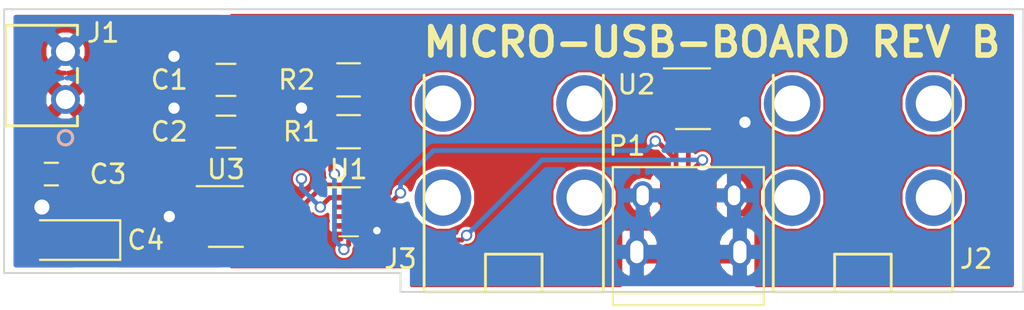
<source format=kicad_pcb>
(kicad_pcb (version 4) (host pcbnew 4.0.7)

  (general
    (links 31)
    (no_connects 0)
    (area 113.949999 100.199999 168.050001 115.300001)
    (thickness 1.6)
    (drawings 8)
    (tracks 99)
    (zones 0)
    (modules 13)
    (nets 17)
  )

  (page A4)
  (layers
    (0 F.Cu signal)
    (31 B.Cu signal)
    (32 B.Adhes user)
    (33 F.Adhes user)
    (34 B.Paste user)
    (35 F.Paste user)
    (36 B.SilkS user)
    (37 F.SilkS user)
    (38 B.Mask user)
    (39 F.Mask user)
    (40 Dwgs.User user)
    (41 Cmts.User user)
    (42 Eco1.User user)
    (43 Eco2.User user)
    (44 Edge.Cuts user)
    (45 Margin user)
    (46 B.CrtYd user)
    (47 F.CrtYd user)
    (48 B.Fab user)
    (49 F.Fab user)
  )

  (setup
    (last_trace_width 0.25)
    (user_trace_width 0.5)
    (user_trace_width 0.75)
    (trace_clearance 0.15)
    (zone_clearance 0.25)
    (zone_45_only yes)
    (trace_min 0.2)
    (segment_width 0.2)
    (edge_width 0.1)
    (via_size 0.6)
    (via_drill 0.4)
    (via_min_size 0.4)
    (via_min_drill 0.3)
    (user_via 1 0.6)
    (uvia_size 0.3)
    (uvia_drill 0.1)
    (uvias_allowed no)
    (uvia_min_size 0.2)
    (uvia_min_drill 0.1)
    (pcb_text_width 0.3)
    (pcb_text_size 1.5 1.5)
    (mod_edge_width 0.15)
    (mod_text_size 1 1)
    (mod_text_width 0.15)
    (pad_size 1.5 1.5)
    (pad_drill 0.6)
    (pad_to_mask_clearance 0)
    (aux_axis_origin 0 0)
    (visible_elements 7FFFFFFF)
    (pcbplotparams
      (layerselection 0x210fc_80000001)
      (usegerberextensions false)
      (excludeedgelayer true)
      (linewidth 0.100000)
      (plotframeref false)
      (viasonmask false)
      (mode 1)
      (useauxorigin false)
      (hpglpennumber 1)
      (hpglpenspeed 20)
      (hpglpendiameter 15)
      (hpglpenoverlay 2)
      (psnegative false)
      (psa4output false)
      (plotreference true)
      (plotvalue true)
      (plotinvisibletext false)
      (padsonsilk false)
      (subtractmaskfromsilk false)
      (outputformat 1)
      (mirror false)
      (drillshape 0)
      (scaleselection 1)
      (outputdirectory gerbers/))
  )

  (net 0 "")
  (net 1 GND)
  (net 2 +5V)
  (net 3 "Net-(P1-Pad2)")
  (net 4 "Net-(P1-Pad3)")
  (net 5 "Net-(P1-Pad4)")
  (net 6 "Net-(R1-Pad2)")
  (net 7 "Net-(U1-Pad1)")
  (net 8 "Net-(U1-Pad2)")
  (net 9 "Net-(U1-Pad3)")
  (net 10 "Net-(U1-Pad4)")
  (net 11 "Net-(U2-Pad2)")
  (net 12 "Net-(U3-Pad3)")
  (net 13 "Net-(J2-Pad1)")
  (net 14 "Net-(J3-Pad1)")
  (net 15 /CHG_DET)
  (net 16 /VBUS)

  (net_class Default "This is the default net class."
    (clearance 0.15)
    (trace_width 0.25)
    (via_dia 0.6)
    (via_drill 0.4)
    (uvia_dia 0.3)
    (uvia_drill 0.1)
    (add_net +5V)
    (add_net /CHG_DET)
    (add_net /VBUS)
    (add_net GND)
    (add_net "Net-(J2-Pad1)")
    (add_net "Net-(J3-Pad1)")
    (add_net "Net-(P1-Pad2)")
    (add_net "Net-(P1-Pad3)")
    (add_net "Net-(P1-Pad4)")
    (add_net "Net-(R1-Pad2)")
    (add_net "Net-(U1-Pad1)")
    (add_net "Net-(U1-Pad2)")
    (add_net "Net-(U1-Pad3)")
    (add_net "Net-(U1-Pad4)")
    (add_net "Net-(U2-Pad2)")
    (add_net "Net-(U3-Pad3)")
  )

  (module Connectors:USB_Micro-B_10103594-0001LF (layer F.Cu) (tedit 5AD06A93) (tstamp 5ACF826E)
    (at 150.25 111.75)
    (descr "Micro USB Type B 10103594-0001LF")
    (tags "USB USB_B USB_micro USB_OTG")
    (path /5ACF7A85)
    (attr smd)
    (fp_text reference P1 (at -3.25 -4.25) (layer F.SilkS)
      (effects (font (size 1 1) (thickness 0.15)))
    )
    (fp_text value USB_OTG (at -0.39 0.01) (layer F.Fab)
      (effects (font (size 1 1) (thickness 0.15)))
    )
    (fp_line (start -4.25 -3.4) (end 4.25 -3.4) (layer F.CrtYd) (width 0.05))
    (fp_line (start 4.25 -3.4) (end 4.25 4.45) (layer F.CrtYd) (width 0.05))
    (fp_line (start 4.25 4.45) (end -4.25 4.45) (layer F.CrtYd) (width 0.05))
    (fp_line (start -4.25 4.45) (end -4.25 -3.4) (layer F.CrtYd) (width 0.05))
    (fp_line (start -4 4.2) (end 4 4.2) (layer F.SilkS) (width 0.12))
    (fp_line (start -4 -3.12) (end 4 -3.12) (layer F.SilkS) (width 0.12))
    (fp_line (start 4 -3.12) (end 4 4.2) (layer F.SilkS) (width 0.12))
    (fp_line (start 4 3.58) (end -4 3.58) (layer F.SilkS) (width 0.12))
    (fp_line (start -4 4.2) (end -4 -3.12) (layer F.SilkS) (width 0.12))
    (pad 1 smd rect (at -1.3 -1.5 90) (size 1.65 0.4) (layers F.Cu F.Paste F.Mask)
      (net 16 /VBUS))
    (pad 2 smd rect (at -0.65 -1.5 90) (size 1.65 0.4) (layers F.Cu F.Paste F.Mask)
      (net 3 "Net-(P1-Pad2)"))
    (pad 3 smd rect (at 0 -1.5 90) (size 1.65 0.4) (layers F.Cu F.Paste F.Mask)
      (net 4 "Net-(P1-Pad3)"))
    (pad 4 smd rect (at 0.65 -1.5 90) (size 1.65 0.4) (layers F.Cu F.Paste F.Mask)
      (net 5 "Net-(P1-Pad4)"))
    (pad 5 smd rect (at 1.3 -1.5 90) (size 1.65 0.4) (layers F.Cu F.Paste F.Mask)
      (net 1 GND))
    (pad 6 thru_hole oval (at -2.42 -1.62 90) (size 1.5 1.1) (drill oval 1.05 0.65) (layers *.Cu *.Mask)
      (net 1 GND))
    (pad 6 thru_hole oval (at 2.42 -1.62 90) (size 1.5 1.1) (drill oval 1.05 0.65) (layers *.Cu *.Mask)
      (net 1 GND))
    (pad 6 thru_hole oval (at -2.73 1.38 90) (size 1.7 1.2) (drill oval 1.2 0.7) (layers *.Cu *.Mask)
      (net 1 GND))
    (pad 6 thru_hole oval (at 2.73 1.38 90) (size 1.7 1.2) (drill oval 1.2 0.7) (layers *.Cu *.Mask)
      (net 1 GND))
    (pad 6 smd rect (at -0.96 1.62 90) (size 2.5 1.43) (layers F.Cu F.Paste F.Mask)
      (net 1 GND))
    (pad 6 smd rect (at 0.96 1.62 90) (size 2.5 1.43) (layers F.Cu F.Paste F.Mask)
      (net 1 GND))
  )

  (module Capacitors_SMD:C_0805 (layer F.Cu) (tedit 5ACF97A0) (tstamp 5ACF8247)
    (at 125.75 104)
    (descr "Capacitor SMD 0805, reflow soldering, AVX (see smccp.pdf)")
    (tags "capacitor 0805")
    (path /5ACF7B13)
    (attr smd)
    (fp_text reference C1 (at -3 0) (layer F.SilkS)
      (effects (font (size 1 1) (thickness 0.15)))
    )
    (fp_text value 10uF (at 0.25 -1.75) (layer F.Fab)
      (effects (font (size 1 1) (thickness 0.15)))
    )
    (fp_text user %R (at 0 0) (layer F.Fab)
      (effects (font (size 1 1) (thickness 0.15)))
    )
    (fp_line (start -1 0.62) (end -1 -0.62) (layer F.Fab) (width 0.1))
    (fp_line (start 1 0.62) (end -1 0.62) (layer F.Fab) (width 0.1))
    (fp_line (start 1 -0.62) (end 1 0.62) (layer F.Fab) (width 0.1))
    (fp_line (start -1 -0.62) (end 1 -0.62) (layer F.Fab) (width 0.1))
    (fp_line (start 0.5 -0.85) (end -0.5 -0.85) (layer F.SilkS) (width 0.12))
    (fp_line (start -0.5 0.85) (end 0.5 0.85) (layer F.SilkS) (width 0.12))
    (fp_line (start -1.75 -0.88) (end 1.75 -0.88) (layer F.CrtYd) (width 0.05))
    (fp_line (start -1.75 -0.88) (end -1.75 0.87) (layer F.CrtYd) (width 0.05))
    (fp_line (start 1.75 0.87) (end 1.75 -0.88) (layer F.CrtYd) (width 0.05))
    (fp_line (start 1.75 0.87) (end -1.75 0.87) (layer F.CrtYd) (width 0.05))
    (pad 1 smd rect (at -1 0) (size 1 1.25) (layers F.Cu F.Paste F.Mask)
      (net 1 GND))
    (pad 2 smd rect (at 1 0) (size 1 1.25) (layers F.Cu F.Paste F.Mask)
      (net 16 /VBUS))
    (model Capacitors_SMD.3dshapes/C_0805.wrl
      (at (xyz 0 0 0))
      (scale (xyz 1 1 1))
      (rotate (xyz 0 0 0))
    )
  )

  (module Capacitors_SMD:C_0805 (layer F.Cu) (tedit 5ACF9799) (tstamp 5ACF824D)
    (at 125.75 106.75 180)
    (descr "Capacitor SMD 0805, reflow soldering, AVX (see smccp.pdf)")
    (tags "capacitor 0805")
    (path /5ACF7B04)
    (attr smd)
    (fp_text reference C2 (at 3 0 180) (layer F.SilkS)
      (effects (font (size 1 1) (thickness 0.15)))
    )
    (fp_text value 1uF (at 0 1.75 180) (layer F.Fab)
      (effects (font (size 1 1) (thickness 0.15)))
    )
    (fp_text user %R (at 0 0 180) (layer F.Fab)
      (effects (font (size 1 1) (thickness 0.15)))
    )
    (fp_line (start -1 0.62) (end -1 -0.62) (layer F.Fab) (width 0.1))
    (fp_line (start 1 0.62) (end -1 0.62) (layer F.Fab) (width 0.1))
    (fp_line (start 1 -0.62) (end 1 0.62) (layer F.Fab) (width 0.1))
    (fp_line (start -1 -0.62) (end 1 -0.62) (layer F.Fab) (width 0.1))
    (fp_line (start 0.5 -0.85) (end -0.5 -0.85) (layer F.SilkS) (width 0.12))
    (fp_line (start -0.5 0.85) (end 0.5 0.85) (layer F.SilkS) (width 0.12))
    (fp_line (start -1.75 -0.88) (end 1.75 -0.88) (layer F.CrtYd) (width 0.05))
    (fp_line (start -1.75 -0.88) (end -1.75 0.87) (layer F.CrtYd) (width 0.05))
    (fp_line (start 1.75 0.87) (end 1.75 -0.88) (layer F.CrtYd) (width 0.05))
    (fp_line (start 1.75 0.87) (end -1.75 0.87) (layer F.CrtYd) (width 0.05))
    (pad 1 smd rect (at -1 0 180) (size 1 1.25) (layers F.Cu F.Paste F.Mask)
      (net 16 /VBUS))
    (pad 2 smd rect (at 1 0 180) (size 1 1.25) (layers F.Cu F.Paste F.Mask)
      (net 1 GND))
    (model Capacitors_SMD.3dshapes/C_0805.wrl
      (at (xyz 0 0 0))
      (scale (xyz 1 1 1))
      (rotate (xyz 0 0 0))
    )
  )

  (module Capacitors_SMD:C_0603 (layer F.Cu) (tedit 5ACF9A8C) (tstamp 5ACF8253)
    (at 116.5 109)
    (descr "Capacitor SMD 0603, reflow soldering, AVX (see smccp.pdf)")
    (tags "capacitor 0603")
    (path /5ACF7B23)
    (attr smd)
    (fp_text reference C3 (at 3 0) (layer F.SilkS)
      (effects (font (size 1 1) (thickness 0.15)))
    )
    (fp_text value .1uF (at -1 -1.5) (layer F.Fab)
      (effects (font (size 1 1) (thickness 0.15)))
    )
    (fp_line (start 1.4 0.65) (end -1.4 0.65) (layer F.CrtYd) (width 0.05))
    (fp_line (start 1.4 0.65) (end 1.4 -0.65) (layer F.CrtYd) (width 0.05))
    (fp_line (start -1.4 -0.65) (end -1.4 0.65) (layer F.CrtYd) (width 0.05))
    (fp_line (start -1.4 -0.65) (end 1.4 -0.65) (layer F.CrtYd) (width 0.05))
    (fp_line (start 0.35 0.6) (end -0.35 0.6) (layer F.SilkS) (width 0.12))
    (fp_line (start -0.35 -0.6) (end 0.35 -0.6) (layer F.SilkS) (width 0.12))
    (fp_line (start -0.8 -0.4) (end 0.8 -0.4) (layer F.Fab) (width 0.1))
    (fp_line (start 0.8 -0.4) (end 0.8 0.4) (layer F.Fab) (width 0.1))
    (fp_line (start 0.8 0.4) (end -0.8 0.4) (layer F.Fab) (width 0.1))
    (fp_line (start -0.8 0.4) (end -0.8 -0.4) (layer F.Fab) (width 0.1))
    (fp_text user %R (at 0 0) (layer F.Fab)
      (effects (font (size 0.3 0.3) (thickness 0.075)))
    )
    (pad 2 smd rect (at 0.75 0) (size 0.8 0.75) (layers F.Cu F.Paste F.Mask)
      (net 2 +5V))
    (pad 1 smd rect (at -0.75 0) (size 0.8 0.75) (layers F.Cu F.Paste F.Mask)
      (net 1 GND))
    (model Capacitors_SMD.3dshapes/C_0603.wrl
      (at (xyz 0 0 0))
      (scale (xyz 1 1 1))
      (rotate (xyz 0 0 0))
    )
  )

  (module Capacitors_Tantalum_SMD:CP_Tantalum_Case-A_EIA-3216-18_Reflow (layer F.Cu) (tedit 5ACF9A8E) (tstamp 5ACF8259)
    (at 117.5 112.5 180)
    (descr "Tantalum capacitor, Case A, EIA 3216-18, 3.2x1.6x1.6mm, Reflow soldering footprint")
    (tags "capacitor tantalum smd")
    (path /5ACF7B32)
    (attr smd)
    (fp_text reference C4 (at -4 0 360) (layer F.SilkS)
      (effects (font (size 1 1) (thickness 0.15)))
    )
    (fp_text value 100uF (at 0.5 2 180) (layer F.Fab)
      (effects (font (size 1 1) (thickness 0.15)))
    )
    (fp_text user %R (at 0 0 180) (layer F.Fab)
      (effects (font (size 0.7 0.7) (thickness 0.105)))
    )
    (fp_line (start -2.75 -1.2) (end -2.75 1.2) (layer F.CrtYd) (width 0.05))
    (fp_line (start -2.75 1.2) (end 2.75 1.2) (layer F.CrtYd) (width 0.05))
    (fp_line (start 2.75 1.2) (end 2.75 -1.2) (layer F.CrtYd) (width 0.05))
    (fp_line (start 2.75 -1.2) (end -2.75 -1.2) (layer F.CrtYd) (width 0.05))
    (fp_line (start -1.6 -0.8) (end -1.6 0.8) (layer F.Fab) (width 0.1))
    (fp_line (start -1.6 0.8) (end 1.6 0.8) (layer F.Fab) (width 0.1))
    (fp_line (start 1.6 0.8) (end 1.6 -0.8) (layer F.Fab) (width 0.1))
    (fp_line (start 1.6 -0.8) (end -1.6 -0.8) (layer F.Fab) (width 0.1))
    (fp_line (start -1.28 -0.8) (end -1.28 0.8) (layer F.Fab) (width 0.1))
    (fp_line (start -1.12 -0.8) (end -1.12 0.8) (layer F.Fab) (width 0.1))
    (fp_line (start -2.65 -1.05) (end 1.6 -1.05) (layer F.SilkS) (width 0.12))
    (fp_line (start -2.65 1.05) (end 1.6 1.05) (layer F.SilkS) (width 0.12))
    (fp_line (start -2.65 -1.05) (end -2.65 1.05) (layer F.SilkS) (width 0.12))
    (pad 1 smd rect (at -1.375 0 180) (size 1.95 1.5) (layers F.Cu F.Paste F.Mask)
      (net 2 +5V))
    (pad 2 smd rect (at 1.375 0 180) (size 1.95 1.5) (layers F.Cu F.Paste F.Mask)
      (net 1 GND))
    (model Capacitors_Tantalum_SMD.3dshapes/CP_Tantalum_Case-A_EIA-3216-18.wrl
      (at (xyz 0 0 0))
      (scale (xyz 1 1 1))
      (rotate (xyz 0 0 0))
    )
  )

  (module 640455-2:640455-2 (layer F.Cu) (tedit 5ACF9AA2) (tstamp 5ACF825F)
    (at 117.25 102.5 90)
    (path /5ACF955B)
    (fp_text reference J1 (at 1 2 180) (layer F.SilkS)
      (effects (font (size 1 1) (thickness 0.15)))
    )
    (fp_text value 640455-2 (at -2 2 90) (layer F.Fab)
      (effects (font (size 1 1) (thickness 0.15)))
    )
    (fp_text user "Copyright 2016 Accelerated Designs. All rights reserved." (at 0 0 90) (layer Cmts.User)
      (effects (font (size 0.127 0.127) (thickness 0.002)))
    )
    (fp_line (start -3.937 0.635) (end -3.431757 0.635) (layer F.SilkS) (width 0.1524))
    (fp_line (start 1.397 0.635) (end 1.397 -3.175) (layer F.SilkS) (width 0.1524))
    (fp_line (start 1.397 -3.175) (end -3.937 -3.175) (layer F.SilkS) (width 0.1524))
    (fp_line (start -3.937 -3.175) (end -3.937 0.635) (layer F.SilkS) (width 0.1524))
    (fp_line (start -3.81 0.508) (end 1.27 0.508) (layer Dwgs.User) (width 0.1524))
    (fp_line (start 1.27 0.508) (end 1.27 -3.048) (layer Dwgs.User) (width 0.1524))
    (fp_line (start 1.27 -3.048) (end -3.81 -3.048) (layer Dwgs.User) (width 0.1524))
    (fp_line (start -3.81 -3.048) (end -3.81 0.508) (layer Dwgs.User) (width 0.1524))
    (fp_line (start -1.648243 0.635) (end -0.891757 0.635) (layer F.SilkS) (width 0.1524))
    (fp_line (start 0.891757 0.635) (end 1.397 0.635) (layer F.SilkS) (width 0.1524))
    (fp_circle (center -4.572 0) (end -4.191 0) (layer F.SilkS) (width 0.1524))
    (fp_circle (center -4.572 0) (end -4.191 0) (layer B.SilkS) (width 0.1524))
    (fp_circle (center -4.572 0) (end -4.191 0) (layer Dwgs.User) (width 0.1524))
    (pad 1 thru_hole circle (at -2.54 0 90) (size 1.524 1.524) (drill 1.016) (layers *.Cu *.Mask)
      (net 2 +5V))
    (pad 2 thru_hole circle (at 0 0 90) (size 1.524 1.524) (drill 1.016) (layers *.Cu *.Mask)
      (net 1 GND))
  )

  (module Resistors_SMD:R_0805 (layer F.Cu) (tedit 5ACFA49E) (tstamp 5ACF827F)
    (at 132.25 106.75 180)
    (descr "Resistor SMD 0805, reflow soldering, Vishay (see dcrcw.pdf)")
    (tags "resistor 0805")
    (path /5ACFB494)
    (attr smd)
    (fp_text reference R1 (at 2.5 0 180) (layer F.SilkS)
      (effects (font (size 1 1) (thickness 0.15)))
    )
    (fp_text value 100K (at -0.25 1.75 180) (layer F.Fab)
      (effects (font (size 1 1) (thickness 0.15)))
    )
    (fp_text user %R (at 0 0 180) (layer F.Fab)
      (effects (font (size 0.5 0.5) (thickness 0.075)))
    )
    (fp_line (start -1 0.62) (end -1 -0.62) (layer F.Fab) (width 0.1))
    (fp_line (start 1 0.62) (end -1 0.62) (layer F.Fab) (width 0.1))
    (fp_line (start 1 -0.62) (end 1 0.62) (layer F.Fab) (width 0.1))
    (fp_line (start -1 -0.62) (end 1 -0.62) (layer F.Fab) (width 0.1))
    (fp_line (start 0.6 0.88) (end -0.6 0.88) (layer F.SilkS) (width 0.12))
    (fp_line (start -0.6 -0.88) (end 0.6 -0.88) (layer F.SilkS) (width 0.12))
    (fp_line (start -1.55 -0.9) (end 1.55 -0.9) (layer F.CrtYd) (width 0.05))
    (fp_line (start -1.55 -0.9) (end -1.55 0.9) (layer F.CrtYd) (width 0.05))
    (fp_line (start 1.55 0.9) (end 1.55 -0.9) (layer F.CrtYd) (width 0.05))
    (fp_line (start 1.55 0.9) (end -1.55 0.9) (layer F.CrtYd) (width 0.05))
    (pad 1 smd rect (at -0.95 0 180) (size 0.7 1.3) (layers F.Cu F.Paste F.Mask)
      (net 16 /VBUS))
    (pad 2 smd rect (at 0.95 0 180) (size 0.7 1.3) (layers F.Cu F.Paste F.Mask)
      (net 6 "Net-(R1-Pad2)"))
    (model ${KISYS3DMOD}/Resistors_SMD.3dshapes/R_0805.wrl
      (at (xyz 0 0 0))
      (scale (xyz 1 1 1))
      (rotate (xyz 0 0 0))
    )
  )

  (module Resistors_SMD:R_0805 (layer F.Cu) (tedit 5ACFA4A1) (tstamp 5ACF8290)
    (at 132.25 104 180)
    (descr "Resistor SMD 0805, reflow soldering, Vishay (see dcrcw.pdf)")
    (tags "resistor 0805")
    (path /5ACFADBD)
    (attr smd)
    (fp_text reference R2 (at 2.75 0 180) (layer F.SilkS)
      (effects (font (size 1 1) (thickness 0.15)))
    )
    (fp_text value 100K (at 0 1.75 180) (layer F.Fab)
      (effects (font (size 1 1) (thickness 0.15)))
    )
    (fp_text user %R (at 0 0 180) (layer F.Fab)
      (effects (font (size 0.5 0.5) (thickness 0.075)))
    )
    (fp_line (start -1 0.62) (end -1 -0.62) (layer F.Fab) (width 0.1))
    (fp_line (start 1 0.62) (end -1 0.62) (layer F.Fab) (width 0.1))
    (fp_line (start 1 -0.62) (end 1 0.62) (layer F.Fab) (width 0.1))
    (fp_line (start -1 -0.62) (end 1 -0.62) (layer F.Fab) (width 0.1))
    (fp_line (start 0.6 0.88) (end -0.6 0.88) (layer F.SilkS) (width 0.12))
    (fp_line (start -0.6 -0.88) (end 0.6 -0.88) (layer F.SilkS) (width 0.12))
    (fp_line (start -1.55 -0.9) (end 1.55 -0.9) (layer F.CrtYd) (width 0.05))
    (fp_line (start -1.55 -0.9) (end -1.55 0.9) (layer F.CrtYd) (width 0.05))
    (fp_line (start 1.55 0.9) (end 1.55 -0.9) (layer F.CrtYd) (width 0.05))
    (fp_line (start 1.55 0.9) (end -1.55 0.9) (layer F.CrtYd) (width 0.05))
    (pad 1 smd rect (at -0.95 0 180) (size 0.7 1.3) (layers F.Cu F.Paste F.Mask)
      (net 15 /CHG_DET))
    (pad 2 smd rect (at 0.95 0 180) (size 0.7 1.3) (layers F.Cu F.Paste F.Mask)
      (net 1 GND))
    (model ${KISYS3DMOD}/Resistors_SMD.3dshapes/R_0805.wrl
      (at (xyz 0 0 0))
      (scale (xyz 1 1 1))
      (rotate (xyz 0 0 0))
    )
  )

  (module Texas:Texas_R_PUQFN-N10 (layer F.Cu) (tedit 5ACFA682) (tstamp 5ACF82AA)
    (at 132.25 111)
    (descr "Texas_R_PUQFN-N10 http://www.ti.com/lit/ml/mpqf186c/mpqf186c.pdf")
    (tags Texas_R_PUQFN-N10)
    (path /5ACF7A7D)
    (attr smd)
    (fp_text reference U1 (at 0 -2.25) (layer F.SilkS)
      (effects (font (size 1 1) (thickness 0.15)))
    )
    (fp_text value BQ24392 (at -0.25 2) (layer F.Fab)
      (effects (font (size 1 1) (thickness 0.15)))
    )
    (fp_text user %R (at 0 0) (layer F.Fab)
      (effects (font (size 0.3 0.3) (thickness 0.075)))
    )
    (fp_line (start -0.775 -0.5) (end -0.25 -1) (layer F.Fab) (width 0.1))
    (fp_line (start -0.775 -0.5) (end -0.775 1) (layer F.Fab) (width 0.1))
    (fp_line (start 0.6 -1.3) (end -1.09 -1.3) (layer F.SilkS) (width 0.12))
    (fp_line (start 0.5 1.3) (end -0.5 1.3) (layer F.SilkS) (width 0.1))
    (fp_line (start 1.1 1.2) (end -1.1 1.2) (layer F.CrtYd) (width 0.05))
    (fp_line (start -1.1 1.2) (end -1.1 -1.2) (layer F.CrtYd) (width 0.05))
    (fp_line (start -1.1 -1.2) (end 1.1 -1.2) (layer F.CrtYd) (width 0.05))
    (fp_line (start 1.1 -1.2) (end 1.1 1.2) (layer F.CrtYd) (width 0.05))
    (fp_line (start 0.775 -1) (end 0.775 1) (layer F.Fab) (width 0.1))
    (fp_line (start 0.775 1) (end -0.775 1) (layer F.Fab) (width 0.1))
    (fp_line (start -0.25 -1) (end 0.775 -1) (layer F.Fab) (width 0.1))
    (pad 9 smd rect (at 0.575 -0.75 270) (size 0.3 0.58) (layers F.Cu F.Paste F.Mask)
      (net 16 /VBUS) (solder_mask_margin 0.05) (solder_paste_margin -0.025) (clearance -0.25))
    (pad 8 smd rect (at 0.575 -0.25 270) (size 0.25 0.58) (layers F.Cu F.Paste F.Mask)
      (net 3 "Net-(P1-Pad2)") (solder_mask_margin 0.05) (solder_paste_margin -0.025) (clearance -0.25))
    (pad 7 smd rect (at 0.575 0.25 270) (size 0.25 0.58) (layers F.Cu F.Paste F.Mask)
      (net 4 "Net-(P1-Pad3)") (solder_mask_margin 0.05) (solder_paste_margin -0.025) (clearance -0.25))
    (pad 6 smd rect (at 0.575 0.75 270) (size 0.3 0.58) (layers F.Cu F.Paste F.Mask)
      (net 1 GND) (solder_mask_margin 0.05) (solder_paste_margin -0.025) (clearance -0.25))
    (pad 1 smd rect (at -0.575 -0.75 270) (size 0.3 0.58) (layers F.Cu F.Paste F.Mask)
      (net 7 "Net-(U1-Pad1)") (solder_mask_margin 0.05) (solder_paste_margin -0.025) (clearance -0.25))
    (pad 2 smd rect (at -0.575 -0.25 270) (size 0.25 0.58) (layers F.Cu F.Paste F.Mask)
      (net 8 "Net-(U1-Pad2)") (solder_mask_margin 0.05) (solder_paste_margin -0.025) (clearance -0.25))
    (pad 3 smd rect (at -0.575 0.25 270) (size 0.25 0.58) (layers F.Cu F.Paste F.Mask)
      (net 9 "Net-(U1-Pad3)") (solder_mask_margin 0.05) (solder_paste_margin -0.0025) (clearance -0.25))
    (pad 4 smd rect (at -0.575 0.75 270) (size 0.3 0.58) (layers F.Cu F.Paste F.Mask)
      (net 10 "Net-(U1-Pad4)") (solder_mask_margin 0.05) (solder_paste_margin -0.025) (clearance -0.25))
    (pad 5 smd rect (at 0 0.86 270) (size 0.63 0.35) (layers F.Cu F.Paste F.Mask)
      (net 6 "Net-(R1-Pad2)") (solder_mask_margin 0.05) (solder_paste_margin -0.025) (clearance -0.25))
    (pad 10 smd rect (at 0 -0.86 270) (size 0.63 0.35) (layers F.Cu F.Paste F.Mask)
      (net 15 /CHG_DET) (solder_mask_margin 0.05) (solder_paste_margin -0.025) (clearance -0.25))
    (model ${KISYS3DMOD}/Housings_DFN_QFN.3dshapes/Texas_R_PUQFN-N10.wrl
      (at (xyz 0 0 0))
      (scale (xyz 1 1 1))
      (rotate (xyz 0 0 0))
    )
  )

  (module TO_SOT_Packages_SMD:SOT-23-5 (layer F.Cu) (tedit 5ACF9AF3) (tstamp 5ACF82BF)
    (at 150.5 105)
    (descr "5-pin SOT23 package")
    (tags SOT-23-5)
    (path /5ACF7A8D)
    (attr smd)
    (fp_text reference U2 (at -3 -0.75) (layer F.SilkS)
      (effects (font (size 1 1) (thickness 0.15)))
    )
    (fp_text value TPD2E001 (at 0 2.9) (layer F.Fab)
      (effects (font (size 1 1) (thickness 0.15)))
    )
    (fp_text user %R (at 0 0 90) (layer F.Fab)
      (effects (font (size 0.5 0.5) (thickness 0.075)))
    )
    (fp_line (start -0.9 1.61) (end 0.9 1.61) (layer F.SilkS) (width 0.12))
    (fp_line (start 0.9 -1.61) (end -1.55 -1.61) (layer F.SilkS) (width 0.12))
    (fp_line (start -1.9 -1.8) (end 1.9 -1.8) (layer F.CrtYd) (width 0.05))
    (fp_line (start 1.9 -1.8) (end 1.9 1.8) (layer F.CrtYd) (width 0.05))
    (fp_line (start 1.9 1.8) (end -1.9 1.8) (layer F.CrtYd) (width 0.05))
    (fp_line (start -1.9 1.8) (end -1.9 -1.8) (layer F.CrtYd) (width 0.05))
    (fp_line (start -0.9 -0.9) (end -0.25 -1.55) (layer F.Fab) (width 0.1))
    (fp_line (start 0.9 -1.55) (end -0.25 -1.55) (layer F.Fab) (width 0.1))
    (fp_line (start -0.9 -0.9) (end -0.9 1.55) (layer F.Fab) (width 0.1))
    (fp_line (start 0.9 1.55) (end -0.9 1.55) (layer F.Fab) (width 0.1))
    (fp_line (start 0.9 -1.55) (end 0.9 1.55) (layer F.Fab) (width 0.1))
    (pad 1 smd rect (at -1.1 -0.95) (size 1.06 0.65) (layers F.Cu F.Paste F.Mask)
      (net 16 /VBUS))
    (pad 2 smd rect (at -1.1 0) (size 1.06 0.65) (layers F.Cu F.Paste F.Mask)
      (net 11 "Net-(U2-Pad2)"))
    (pad 3 smd rect (at -1.1 0.95) (size 1.06 0.65) (layers F.Cu F.Paste F.Mask)
      (net 3 "Net-(P1-Pad2)"))
    (pad 4 smd rect (at 1.1 0.95) (size 1.06 0.65) (layers F.Cu F.Paste F.Mask)
      (net 1 GND))
    (pad 5 smd rect (at 1.1 -0.95) (size 1.06 0.65) (layers F.Cu F.Paste F.Mask)
      (net 4 "Net-(P1-Pad3)"))
    (model ${KISYS3DMOD}/TO_SOT_Packages_SMD.3dshapes/SOT-23-5.wrl
      (at (xyz 0 0 0))
      (scale (xyz 1 1 1))
      (rotate (xyz 0 0 0))
    )
  )

  (module TO_SOT_Packages_SMD:SOT-23-5 (layer F.Cu) (tedit 5ACFA67E) (tstamp 5ACF82D4)
    (at 125.75 111.25)
    (descr "5-pin SOT23 package")
    (tags SOT-23-5)
    (path /5ACF7B07)
    (attr smd)
    (fp_text reference U3 (at 0 -2.5) (layer F.SilkS)
      (effects (font (size 1 1) (thickness 0.15)))
    )
    (fp_text value AP22811A (at 0.25 -0.25) (layer F.Fab)
      (effects (font (size 1 1) (thickness 0.15)))
    )
    (fp_text user %R (at 0 0 90) (layer F.Fab)
      (effects (font (size 0.5 0.5) (thickness 0.075)))
    )
    (fp_line (start -0.9 1.61) (end 0.9 1.61) (layer F.SilkS) (width 0.12))
    (fp_line (start 0.9 -1.61) (end -1.55 -1.61) (layer F.SilkS) (width 0.12))
    (fp_line (start -1.9 -1.8) (end 1.9 -1.8) (layer F.CrtYd) (width 0.05))
    (fp_line (start 1.9 -1.8) (end 1.9 1.8) (layer F.CrtYd) (width 0.05))
    (fp_line (start 1.9 1.8) (end -1.9 1.8) (layer F.CrtYd) (width 0.05))
    (fp_line (start -1.9 1.8) (end -1.9 -1.8) (layer F.CrtYd) (width 0.05))
    (fp_line (start -0.9 -0.9) (end -0.25 -1.55) (layer F.Fab) (width 0.1))
    (fp_line (start 0.9 -1.55) (end -0.25 -1.55) (layer F.Fab) (width 0.1))
    (fp_line (start -0.9 -0.9) (end -0.9 1.55) (layer F.Fab) (width 0.1))
    (fp_line (start 0.9 1.55) (end -0.9 1.55) (layer F.Fab) (width 0.1))
    (fp_line (start 0.9 -1.55) (end 0.9 1.55) (layer F.Fab) (width 0.1))
    (pad 1 smd rect (at -1.1 -0.95) (size 1.06 0.65) (layers F.Cu F.Paste F.Mask)
      (net 2 +5V))
    (pad 2 smd rect (at -1.1 0) (size 1.06 0.65) (layers F.Cu F.Paste F.Mask)
      (net 1 GND))
    (pad 3 smd rect (at -1.1 0.95) (size 1.06 0.65) (layers F.Cu F.Paste F.Mask)
      (net 12 "Net-(U3-Pad3)"))
    (pad 4 smd rect (at 1.1 0.95) (size 1.06 0.65) (layers F.Cu F.Paste F.Mask)
      (net 15 /CHG_DET))
    (pad 5 smd rect (at 1.1 -0.95) (size 1.06 0.65) (layers F.Cu F.Paste F.Mask)
      (net 16 /VBUS))
    (model ${KISYS3DMOD}/TO_SOT_Packages_SMD.3dshapes/SOT-23-5.wrl
      (at (xyz 0 0 0))
      (scale (xyz 1 1 1))
      (rotate (xyz 0 0 0))
    )
  )

  (module Keystone:7790-ScrewTerm-M3 (layer F.Cu) (tedit 5AD06A91) (tstamp 5ACF87DE)
    (at 159.5 115.25)
    (path /5ACF8D0F)
    (fp_text reference J2 (at 6 -1.75) (layer F.SilkS)
      (effects (font (size 1 1) (thickness 0.15)))
    )
    (fp_text value Keystone-7790 (at 0.52 -7.3) (layer F.Fab)
      (effects (font (size 1 1) (thickness 0.15)))
    )
    (fp_line (start -1.5 0) (end -1.5 -2) (layer F.SilkS) (width 0.15))
    (fp_line (start -1.5 -2) (end 1.5 -2) (layer F.SilkS) (width 0.15))
    (fp_line (start 1.5 -2) (end 1.5 0) (layer F.SilkS) (width 0.15))
    (fp_line (start -4.75 0) (end 4.75 0) (layer F.SilkS) (width 0.15))
    (fp_line (start 4.75 0) (end 4.75 -11.5) (layer F.SilkS) (width 0.15))
    (fp_line (start -4.75 0) (end -4.75 -11.5) (layer F.SilkS) (width 0.15))
    (pad 1 thru_hole circle (at -3.75 -5) (size 3 3) (drill 1.9) (layers *.Cu *.Mask)
      (net 13 "Net-(J2-Pad1)"))
    (pad 3 thru_hole circle (at -3.75 -10) (size 3 3) (drill 1.9) (layers *.Cu *.Mask))
    (pad 4 thru_hole circle (at 3.75 -10) (size 3 3) (drill 1.9) (layers *.Cu *.Mask))
    (pad 5 thru_hole circle (at 3.75 -5) (size 3 3) (drill 1.9) (layers *.Cu *.Mask))
  )

  (module Keystone:7790-ScrewTerm-M3 (layer F.Cu) (tedit 5AD06A8E) (tstamp 5ACF87EC)
    (at 141 115.25)
    (path /5ACF8FBA)
    (fp_text reference J3 (at -6 -1.75) (layer F.SilkS)
      (effects (font (size 1 1) (thickness 0.15)))
    )
    (fp_text value Keystone-7790 (at -0.03 -7.3) (layer F.Fab)
      (effects (font (size 1 1) (thickness 0.15)))
    )
    (fp_line (start -1.5 0) (end -1.5 -2) (layer F.SilkS) (width 0.15))
    (fp_line (start -1.5 -2) (end 1.5 -2) (layer F.SilkS) (width 0.15))
    (fp_line (start 1.5 -2) (end 1.5 0) (layer F.SilkS) (width 0.15))
    (fp_line (start -4.75 0) (end 4.75 0) (layer F.SilkS) (width 0.15))
    (fp_line (start 4.75 0) (end 4.75 -11.5) (layer F.SilkS) (width 0.15))
    (fp_line (start -4.75 0) (end -4.75 -11.5) (layer F.SilkS) (width 0.15))
    (pad 1 thru_hole circle (at -3.75 -5) (size 3 3) (drill 1.9) (layers *.Cu *.Mask)
      (net 14 "Net-(J3-Pad1)"))
    (pad 3 thru_hole circle (at -3.75 -10) (size 3 3) (drill 1.9) (layers *.Cu *.Mask))
    (pad 4 thru_hole circle (at 3.75 -10) (size 3 3) (drill 1.9) (layers *.Cu *.Mask))
    (pad 5 thru_hole circle (at 3.75 -5) (size 3 3) (drill 1.9) (layers *.Cu *.Mask))
  )

  (gr_text "MICRO-USB-BOARD REV B" (at 151.5 102) (layer F.SilkS)
    (effects (font (size 1.5 1.5) (thickness 0.3)))
  )
  (gr_line (start 135 115.25) (end 154 115.25) (angle 90) (layer Edge.Cuts) (width 0.1))
  (gr_line (start 135 114.25) (end 135 115.25) (angle 90) (layer Edge.Cuts) (width 0.1))
  (gr_line (start 114 114.25) (end 135 114.25) (angle 90) (layer Edge.Cuts) (width 0.1))
  (gr_line (start 114 100.25) (end 114 114.25) (angle 90) (layer Edge.Cuts) (width 0.1))
  (gr_line (start 168 100.25) (end 114 100.25) (angle 90) (layer Edge.Cuts) (width 0.1))
  (gr_line (start 168 115.25) (end 168 100.25) (angle 90) (layer Edge.Cuts) (width 0.1))
  (gr_line (start 154 115.25) (end 168 115.25) (angle 90) (layer Edge.Cuts) (width 0.1))

  (segment (start 151.6 105.95) (end 152.95 105.95) (width 0.5) (layer F.Cu) (net 1))
  (segment (start 152.95 105.95) (end 153.25 106.25) (width 0.5) (layer F.Cu) (net 1) (tstamp 5ACFAA0F))
  (via (at 153.25 106.25) (size 1) (drill 0.6) (layers F.Cu B.Cu) (net 1))
  (segment (start 149.29 113.37) (end 147.76 113.37) (width 0.75) (layer F.Cu) (net 1))
  (segment (start 147.76 113.37) (end 147.52 113.13) (width 0.75) (layer F.Cu) (net 1) (tstamp 5ACFA942))
  (segment (start 151.21 113.37) (end 152.74 113.37) (width 0.75) (layer F.Cu) (net 1))
  (segment (start 152.74 113.37) (end 152.98 113.13) (width 0.75) (layer F.Cu) (net 1) (tstamp 5ACFA93F))
  (segment (start 124.65 111.25) (end 122.75 111.25) (width 0.5) (layer F.Cu) (net 1))
  (via (at 122.75 111.25) (size 1) (drill 0.6) (layers F.Cu B.Cu) (net 1))
  (segment (start 132.825 111.75) (end 133.5 111.75) (width 0.25) (layer F.Cu) (net 1))
  (segment (start 133.5 111.75) (end 133.75 112) (width 0.25) (layer F.Cu) (net 1) (tstamp 5ACFA876))
  (via (at 133.75 112) (size 0.6) (drill 0.4) (layers F.Cu B.Cu) (net 1))
  (segment (start 131.3 104) (end 129.8 105.5) (width 0.5) (layer F.Cu) (net 1))
  (segment (start 129.8 105.5) (end 129.75 105.5) (width 0.5) (layer F.Cu) (net 1) (tstamp 5ACFA6E1))
  (via (at 129.75 105.5) (size 1) (drill 0.6) (layers F.Cu B.Cu) (net 1))
  (segment (start 116 110.75) (end 115.75 110.5) (width 0.25) (layer F.Cu) (net 1))
  (segment (start 115.75 110.5) (end 115.75 109) (width 0.25) (layer F.Cu) (net 1) (tstamp 5ACFA6D5))
  (segment (start 116.125 112.5) (end 116.125 110.875) (width 0.5) (layer F.Cu) (net 1))
  (segment (start 116.125 110.875) (end 116 110.75) (width 0.5) (layer F.Cu) (net 1) (tstamp 5ACFA6D0))
  (via (at 116 110.75) (size 1.2) (drill 0.8) (layers F.Cu B.Cu) (net 1))
  (segment (start 124.75 106.75) (end 124.25 106.75) (width 0.5) (layer F.Cu) (net 1))
  (segment (start 124.25 106.75) (end 123 105.5) (width 0.5) (layer F.Cu) (net 1) (tstamp 5ACFA6CC))
  (via (at 123 105.5) (size 1) (drill 0.6) (layers F.Cu B.Cu) (net 1))
  (segment (start 124.75 104) (end 124.25 104) (width 0.5) (layer F.Cu) (net 1))
  (segment (start 124.25 104) (end 123 102.75) (width 0.5) (layer F.Cu) (net 1) (tstamp 5ACFA6C7))
  (via (at 123 102.75) (size 1) (drill 0.6) (layers F.Cu B.Cu) (net 1))
  (segment (start 151.55 110.25) (end 151.55 111.3) (width 0.25) (layer F.Cu) (net 1))
  (segment (start 151.55 111.3) (end 151.75 111.5) (width 0.25) (layer F.Cu) (net 1) (tstamp 5ACFA582))
  (segment (start 151.75 111.5) (end 152.5 111.5) (width 0.25) (layer F.Cu) (net 1) (tstamp 5ACFA583))
  (segment (start 152.5 111.5) (end 152.67 111.33) (width 0.25) (layer F.Cu) (net 1) (tstamp 5ACFA584))
  (segment (start 152.67 111.33) (end 152.67 110.13) (width 0.25) (layer F.Cu) (net 1) (tstamp 5ACFA586))
  (segment (start 151.55 110.25) (end 151.55 108.95) (width 0.25) (layer F.Cu) (net 1))
  (segment (start 151.55 108.95) (end 151.75 108.75) (width 0.25) (layer F.Cu) (net 1) (tstamp 5ACFA576))
  (segment (start 151.75 108.75) (end 152.5 108.75) (width 0.25) (layer F.Cu) (net 1) (tstamp 5ACFA57D))
  (segment (start 152.5 108.75) (end 152.67 108.92) (width 0.25) (layer F.Cu) (net 1) (tstamp 5ACFA57E))
  (segment (start 152.67 108.92) (end 152.67 110.13) (width 0.25) (layer F.Cu) (net 1) (tstamp 5ACFA57F))
  (segment (start 151.55 110.25) (end 152.55 110.25) (width 0.25) (layer F.Cu) (net 1))
  (segment (start 152.55 110.25) (end 152.67 110.13) (width 0.25) (layer F.Cu) (net 1) (tstamp 5ACFA571))
  (segment (start 149.6 108.25) (end 148.6 107.25) (width 0.25) (layer F.Cu) (net 3))
  (segment (start 148.6 107.25) (end 148.5 107.25) (width 0.25) (layer F.Cu) (net 3) (tstamp 5ACFA81D))
  (via (at 148.5 107.25) (size 0.6) (drill 0.4) (layers F.Cu B.Cu) (net 3))
  (segment (start 148.5 107.25) (end 148 107.75) (width 0.25) (layer B.Cu) (net 3) (tstamp 5ACFA822))
  (segment (start 148 107.75) (end 136.75 107.75) (width 0.25) (layer B.Cu) (net 3) (tstamp 5ACFA823))
  (segment (start 136.75 107.75) (end 136.5 108) (width 0.25) (layer B.Cu) (net 3) (tstamp 5ACFA828))
  (segment (start 133.75 110.75) (end 134.25 110.75) (width 0.25) (layer F.Cu) (net 3))
  (segment (start 132.825 110.75) (end 133.75 110.75) (width 0.25) (layer F.Cu) (net 3))
  (segment (start 149.6 109.1) (end 149.6 109) (width 0.25) (layer F.Cu) (net 3) (tstamp 5ACF9ECB))
  (segment (start 135 109.5) (end 136.5 108) (width 0.25) (layer B.Cu) (net 3) (tstamp 5ACF9EBB))
  (segment (start 135 110) (end 135 109.5) (width 0.25) (layer B.Cu) (net 3) (tstamp 5ACF9EBA))
  (via (at 135 110) (size 0.6) (drill 0.4) (layers F.Cu B.Cu) (net 3))
  (segment (start 134.25 110.75) (end 135 110) (width 0.25) (layer F.Cu) (net 3) (tstamp 5ACF9EB2))
  (segment (start 149.6 110.25) (end 149.6 109) (width 0.25) (layer F.Cu) (net 3))
  (segment (start 149.6 109) (end 149.6 108.25) (width 0.25) (layer F.Cu) (net 3) (tstamp 5ACF9D3E))
  (segment (start 149.6 108.25) (end 149.6 107.1) (width 0.25) (layer F.Cu) (net 3) (tstamp 5ACFA81B))
  (segment (start 149.4 106.9) (end 149.4 105.95) (width 0.25) (layer F.Cu) (net 3) (tstamp 5ACF9C2F))
  (segment (start 149.6 107.1) (end 149.4 106.9) (width 0.25) (layer F.Cu) (net 3) (tstamp 5ACF9C2B))
  (segment (start 151 108.25) (end 150.25 109) (width 0.25) (layer F.Cu) (net 4))
  (segment (start 145.25 108.25) (end 151 108.25) (width 0.25) (layer B.Cu) (net 4))
  (via (at 151 108.25) (size 0.6) (drill 0.4) (layers F.Cu B.Cu) (net 4))
  (segment (start 136.5 112.5) (end 138.25 112.5) (width 0.25) (layer F.Cu) (net 4))
  (segment (start 138.25 112.5) (end 138.5 112.25) (width 0.25) (layer F.Cu) (net 4) (tstamp 5ACFA7FE))
  (via (at 138.5 112.25) (size 0.6) (drill 0.4) (layers F.Cu B.Cu) (net 4))
  (segment (start 138.5 112.25) (end 142.5 108.25) (width 0.25) (layer B.Cu) (net 4) (tstamp 5ACFA801))
  (segment (start 142.5 108.25) (end 145.25 108.25) (width 0.25) (layer B.Cu) (net 4) (tstamp 5ACFA802))
  (segment (start 135.25 111.25) (end 136.5 112.5) (width 0.25) (layer F.Cu) (net 4) (tstamp 5ACF9D40))
  (segment (start 132.825 111.25) (end 135.25 111.25) (width 0.25) (layer F.Cu) (net 4))
  (segment (start 150.25 110.25) (end 150.25 109) (width 0.25) (layer F.Cu) (net 4))
  (segment (start 150.25 109) (end 150.25 107.25) (width 0.25) (layer F.Cu) (net 4) (tstamp 5ACFA814))
  (segment (start 151.6 104.4) (end 151.6 104.05) (width 0.25) (layer F.Cu) (net 4) (tstamp 5ACF9C37))
  (segment (start 150.5 105.5) (end 151.6 104.4) (width 0.25) (layer F.Cu) (net 4) (tstamp 5ACF9C36))
  (segment (start 150.5 107) (end 150.5 105.5) (width 0.25) (layer F.Cu) (net 4) (tstamp 5ACF9C35))
  (segment (start 150.25 107.25) (end 150.5 107) (width 0.25) (layer F.Cu) (net 4) (tstamp 5ACF9C32))
  (segment (start 131.3 108.8) (end 131.3 106.75) (width 0.25) (layer F.Cu) (net 6))
  (segment (start 132.25 111.86) (end 132.25 112.75) (width 0.25) (layer F.Cu) (net 6))
  (segment (start 131.5 109) (end 131.3 108.8) (width 0.25) (layer F.Cu) (net 6) (tstamp 5ACF9CF7))
  (via (at 131.5 109) (size 0.6) (drill 0.4) (layers F.Cu B.Cu) (net 6))
  (segment (start 131.5 112.5) (end 131.5 109) (width 0.25) (layer B.Cu) (net 6) (tstamp 5ACF9CF5))
  (segment (start 132 113) (end 131.5 112.5) (width 0.25) (layer B.Cu) (net 6) (tstamp 5ACF9CF4))
  (via (at 132 113) (size 0.6) (drill 0.4) (layers F.Cu B.Cu) (net 6))
  (segment (start 132.25 112.75) (end 132 113) (width 0.25) (layer F.Cu) (net 6) (tstamp 5ACF9CF1))
  (segment (start 131.675 110.25) (end 131.25 110.25) (width 0.25) (layer F.Cu) (net 7))
  (segment (start 131.25 110.25) (end 130.75 110.75) (width 0.25) (layer F.Cu) (net 7) (tstamp 5ACFA4F8))
  (via (at 130.75 110.75) (size 0.6) (drill 0.4) (layers F.Cu B.Cu) (net 7))
  (segment (start 130.75 110.75) (end 129.75 109.75) (width 0.25) (layer B.Cu) (net 7) (tstamp 5ACFA4FA))
  (segment (start 129.75 109.75) (end 129.75 109.25) (width 0.25) (layer B.Cu) (net 7) (tstamp 5ACFA4FB))
  (via (at 129.75 109.25) (size 0.6) (drill 0.4) (layers F.Cu B.Cu) (net 7))
  (segment (start 126.85 112.2) (end 128.8 112.2) (width 0.25) (layer F.Cu) (net 15))
  (segment (start 128.8 112.2) (end 130 111) (width 0.25) (layer F.Cu) (net 15) (tstamp 5ACFA4EF))
  (segment (start 130 111) (end 130 110.5) (width 0.25) (layer F.Cu) (net 15) (tstamp 5ACFA4F0))
  (segment (start 130 110.5) (end 130.924999 109.575001) (width 0.25) (layer F.Cu) (net 15) (tstamp 5ACFA4F1))
  (segment (start 132.25 109.25) (end 132.25 105.75) (width 0.25) (layer F.Cu) (net 15))
  (segment (start 132.25 105.75) (end 133.2 104.8) (width 0.25) (layer F.Cu) (net 15) (tstamp 5ACFA4E8))
  (segment (start 133.2 104.8) (end 133.2 104) (width 0.25) (layer F.Cu) (net 15) (tstamp 5ACFA4E9))
  (segment (start 132.25 110.14) (end 132.25 110) (width 0.25) (layer F.Cu) (net 15))
  (segment (start 132.25 110) (end 132.25 109.25) (width 0.25) (layer F.Cu) (net 15))
  (segment (start 131.924999 109.575001) (end 132.25 109.900002) (width 0.25) (layer F.Cu) (net 15))
  (segment (start 132.25 109.900002) (end 132.25 110) (width 0.25) (layer F.Cu) (net 15))
  (segment (start 126.85 112.2) (end 127.055 112.2) (width 0.25) (layer F.Cu) (net 15))
  (segment (start 130.924999 109.575001) (end 131.924999 109.575001) (width 0.25) (layer F.Cu) (net 15) (tstamp 5ACFA4F4))

  (zone (net 1) (net_name GND) (layer B.Cu) (tstamp 5ACFA513) (hatch edge 0.508)
    (connect_pads (clearance 0.25))
    (min_thickness 0.254)
    (fill yes (arc_segments 16) (thermal_gap 0.508) (thermal_bridge_width 0.75))
    (polygon
      (pts
        (xy 167.5 115) (xy 135.5 115) (xy 135.5 114) (xy 114.5 114) (xy 114.5 100.5)
        (xy 167.5 100.5)
      )
    )
    (filled_polygon
      (pts
        (xy 167.373 114.823) (xy 135.627 114.823) (xy 135.627 114) (xy 135.616994 113.95059) (xy 135.588553 113.908965)
        (xy 135.546159 113.881685) (xy 135.5 113.873) (xy 135.189592 113.873) (xy 135.163406 113.855503) (xy 135 113.823)
        (xy 114.627 113.823) (xy 114.627 109.384073) (xy 129.072883 109.384073) (xy 129.175733 109.632989) (xy 129.248 109.705382)
        (xy 129.248 109.749995) (xy 129.247999 109.75) (xy 129.286212 109.942107) (xy 129.395032 110.104968) (xy 130.072971 110.782907)
        (xy 130.072883 110.884073) (xy 130.175733 111.132989) (xy 130.36601 111.323598) (xy 130.614746 111.426882) (xy 130.884073 111.427117)
        (xy 130.998 111.380043) (xy 130.998 112.499995) (xy 130.997999 112.5) (xy 131.036212 112.692107) (xy 131.145032 112.854968)
        (xy 131.322971 113.032907) (xy 131.322883 113.134073) (xy 131.425733 113.382989) (xy 131.61601 113.573598) (xy 131.864746 113.676882)
        (xy 132.134073 113.677117) (xy 132.382989 113.574267) (xy 132.386008 113.571253) (xy 146.299694 113.571253) (xy 146.465774 114.023686)
        (xy 146.79235 114.378123) (xy 147.085792 114.536152) (xy 147.272 114.427287) (xy 147.272 113.378) (xy 147.768 113.378)
        (xy 147.768 114.427287) (xy 147.954208 114.536152) (xy 148.24765 114.378123) (xy 148.574226 114.023686) (xy 148.740306 113.571253)
        (xy 151.759694 113.571253) (xy 151.925774 114.023686) (xy 152.25235 114.378123) (xy 152.545792 114.536152) (xy 152.732 114.427287)
        (xy 152.732 113.378) (xy 153.228 113.378) (xy 153.228 114.427287) (xy 153.414208 114.536152) (xy 153.70765 114.378123)
        (xy 154.034226 114.023686) (xy 154.200306 113.571253) (xy 154.056451 113.378) (xy 153.228 113.378) (xy 152.732 113.378)
        (xy 151.903549 113.378) (xy 151.759694 113.571253) (xy 148.740306 113.571253) (xy 148.596451 113.378) (xy 147.768 113.378)
        (xy 147.272 113.378) (xy 146.443549 113.378) (xy 146.299694 113.571253) (xy 132.386008 113.571253) (xy 132.573598 113.38399)
        (xy 132.676882 113.135254) (xy 132.677117 112.865927) (xy 132.574267 112.617011) (xy 132.38399 112.426402) (xy 132.135254 112.323118)
        (xy 132.032964 112.323029) (xy 132.002 112.292064) (xy 132.002 110.134073) (xy 134.322883 110.134073) (xy 134.425733 110.382989)
        (xy 134.61601 110.573598) (xy 134.864746 110.676882) (xy 135.134073 110.677117) (xy 135.372713 110.578513) (xy 135.372675 110.62172)
        (xy 135.657829 111.311846) (xy 136.185376 111.840316) (xy 136.875004 112.126674) (xy 137.62172 112.127325) (xy 137.858524 112.02948)
        (xy 137.823118 112.114746) (xy 137.822883 112.384073) (xy 137.925733 112.632989) (xy 138.11601 112.823598) (xy 138.364746 112.926882)
        (xy 138.634073 112.927117) (xy 138.882989 112.824267) (xy 139.018745 112.688747) (xy 146.299694 112.688747) (xy 146.443549 112.882)
        (xy 147.272 112.882) (xy 147.272 111.832713) (xy 147.768 111.832713) (xy 147.768 112.882) (xy 148.596451 112.882)
        (xy 148.740306 112.688747) (xy 151.759694 112.688747) (xy 151.903549 112.882) (xy 152.732 112.882) (xy 152.732 111.832713)
        (xy 153.228 111.832713) (xy 153.228 112.882) (xy 154.056451 112.882) (xy 154.200306 112.688747) (xy 154.034226 112.236314)
        (xy 153.70765 111.881877) (xy 153.414208 111.723848) (xy 153.228 111.832713) (xy 152.732 111.832713) (xy 152.545792 111.723848)
        (xy 152.25235 111.881877) (xy 151.925774 112.236314) (xy 151.759694 112.688747) (xy 148.740306 112.688747) (xy 148.574226 112.236314)
        (xy 148.24765 111.881877) (xy 147.954208 111.723848) (xy 147.768 111.832713) (xy 147.272 111.832713) (xy 147.085792 111.723848)
        (xy 146.79235 111.881877) (xy 146.465774 112.236314) (xy 146.299694 112.688747) (xy 139.018745 112.688747) (xy 139.073598 112.63399)
        (xy 139.176882 112.385254) (xy 139.176971 112.282965) (xy 142.707935 108.752) (xy 143.593818 108.752) (xy 143.159684 109.185376)
        (xy 142.873326 109.875004) (xy 142.872675 110.62172) (xy 143.157829 111.311846) (xy 143.685376 111.840316) (xy 144.375004 112.126674)
        (xy 145.12172 112.127325) (xy 145.811846 111.842171) (xy 146.340316 111.314624) (xy 146.626674 110.624996) (xy 146.626728 110.561997)
        (xy 146.672065 110.561997) (xy 146.848989 110.98746) (xy 147.175263 111.31283) (xy 147.403784 111.435696) (xy 147.582 111.325834)
        (xy 147.582 110.378) (xy 148.078 110.378) (xy 148.078 111.325834) (xy 148.256216 111.435696) (xy 148.484737 111.31283)
        (xy 148.811011 110.98746) (xy 148.987935 110.561997) (xy 151.512065 110.561997) (xy 151.688989 110.98746) (xy 152.015263 111.31283)
        (xy 152.243784 111.435696) (xy 152.422 111.325834) (xy 152.422 110.378) (xy 152.918 110.378) (xy 152.918 111.325834)
        (xy 153.096216 111.435696) (xy 153.324737 111.31283) (xy 153.651011 110.98746) (xy 153.803099 110.62172) (xy 153.872675 110.62172)
        (xy 154.157829 111.311846) (xy 154.685376 111.840316) (xy 155.375004 112.126674) (xy 156.12172 112.127325) (xy 156.811846 111.842171)
        (xy 157.340316 111.314624) (xy 157.626674 110.624996) (xy 157.626676 110.62172) (xy 161.372675 110.62172) (xy 161.657829 111.311846)
        (xy 162.185376 111.840316) (xy 162.875004 112.126674) (xy 163.62172 112.127325) (xy 164.311846 111.842171) (xy 164.840316 111.314624)
        (xy 165.126674 110.624996) (xy 165.127325 109.87828) (xy 164.842171 109.188154) (xy 164.314624 108.659684) (xy 163.624996 108.373326)
        (xy 162.87828 108.372675) (xy 162.188154 108.657829) (xy 161.659684 109.185376) (xy 161.373326 109.875004) (xy 161.372675 110.62172)
        (xy 157.626676 110.62172) (xy 157.627325 109.87828) (xy 157.342171 109.188154) (xy 156.814624 108.659684) (xy 156.124996 108.373326)
        (xy 155.37828 108.372675) (xy 154.688154 108.657829) (xy 154.159684 109.185376) (xy 153.873326 109.875004) (xy 153.872675 110.62172)
        (xy 153.803099 110.62172) (xy 153.827935 110.561997) (xy 153.691221 110.378) (xy 152.918 110.378) (xy 152.422 110.378)
        (xy 151.648779 110.378) (xy 151.512065 110.561997) (xy 148.987935 110.561997) (xy 148.851221 110.378) (xy 148.078 110.378)
        (xy 147.582 110.378) (xy 146.808779 110.378) (xy 146.672065 110.561997) (xy 146.626728 110.561997) (xy 146.627325 109.87828)
        (xy 146.342171 109.188154) (xy 145.906779 108.752) (xy 147.581998 108.752) (xy 147.581998 108.934165) (xy 147.403784 108.824304)
        (xy 147.175263 108.94717) (xy 146.848989 109.27254) (xy 146.672065 109.698003) (xy 146.808779 109.882) (xy 147.582 109.882)
        (xy 147.582 109.862) (xy 148.078 109.862) (xy 148.078 109.882) (xy 148.851221 109.882) (xy 148.987935 109.698003)
        (xy 151.512065 109.698003) (xy 151.648779 109.882) (xy 152.422 109.882) (xy 152.422 108.934166) (xy 152.918 108.934166)
        (xy 152.918 109.882) (xy 153.691221 109.882) (xy 153.827935 109.698003) (xy 153.651011 109.27254) (xy 153.324737 108.94717)
        (xy 153.096216 108.824304) (xy 152.918 108.934166) (xy 152.422 108.934166) (xy 152.243784 108.824304) (xy 152.015263 108.94717)
        (xy 151.688989 109.27254) (xy 151.512065 109.698003) (xy 148.987935 109.698003) (xy 148.811011 109.27254) (xy 148.484737 108.94717)
        (xy 148.256216 108.824304) (xy 148.078002 108.934165) (xy 148.078002 108.752) (xy 150.544537 108.752) (xy 150.61601 108.823598)
        (xy 150.864746 108.926882) (xy 151.134073 108.927117) (xy 151.382989 108.824267) (xy 151.573598 108.63399) (xy 151.676882 108.385254)
        (xy 151.677117 108.115927) (xy 151.574267 107.867011) (xy 151.38399 107.676402) (xy 151.135254 107.573118) (xy 150.865927 107.572883)
        (xy 150.617011 107.675733) (xy 150.544618 107.748) (xy 148.959389 107.748) (xy 149.073598 107.63399) (xy 149.176882 107.385254)
        (xy 149.177117 107.115927) (xy 149.074267 106.867011) (xy 148.88399 106.676402) (xy 148.635254 106.573118) (xy 148.365927 106.572883)
        (xy 148.117011 106.675733) (xy 147.926402 106.86601) (xy 147.823118 107.114746) (xy 147.823029 107.217036) (xy 147.792064 107.248)
        (xy 136.75 107.248) (xy 136.557892 107.286212) (xy 136.49266 107.3298) (xy 136.395032 107.395032) (xy 136.39503 107.395035)
        (xy 136.145032 107.645032) (xy 136.14503 107.645035) (xy 134.645032 109.145032) (xy 134.536212 109.307893) (xy 134.497999 109.5)
        (xy 134.498 109.500005) (xy 134.498 109.544537) (xy 134.426402 109.61601) (xy 134.323118 109.864746) (xy 134.322883 110.134073)
        (xy 132.002 110.134073) (xy 132.002 109.455463) (xy 132.073598 109.38399) (xy 132.176882 109.135254) (xy 132.177117 108.865927)
        (xy 132.074267 108.617011) (xy 131.88399 108.426402) (xy 131.635254 108.323118) (xy 131.365927 108.322883) (xy 131.117011 108.425733)
        (xy 130.926402 108.61601) (xy 130.823118 108.864746) (xy 130.822883 109.134073) (xy 130.925733 109.382989) (xy 130.998 109.455382)
        (xy 130.998 110.119934) (xy 130.885254 110.073118) (xy 130.782964 110.073029) (xy 130.329562 109.619626) (xy 130.426882 109.385254)
        (xy 130.427117 109.115927) (xy 130.324267 108.867011) (xy 130.13399 108.676402) (xy 129.885254 108.573118) (xy 129.615927 108.572883)
        (xy 129.367011 108.675733) (xy 129.176402 108.86601) (xy 129.073118 109.114746) (xy 129.072883 109.384073) (xy 114.627 109.384073)
        (xy 114.627 105.265567) (xy 116.110803 105.265567) (xy 116.28384 105.684349) (xy 116.603966 106.005034) (xy 117.022445 106.178802)
        (xy 117.475567 106.179197) (xy 117.894349 106.00616) (xy 118.215034 105.686034) (xy 118.241739 105.62172) (xy 135.372675 105.62172)
        (xy 135.657829 106.311846) (xy 136.185376 106.840316) (xy 136.875004 107.126674) (xy 137.62172 107.127325) (xy 138.311846 106.842171)
        (xy 138.840316 106.314624) (xy 139.126674 105.624996) (xy 139.126676 105.62172) (xy 142.872675 105.62172) (xy 143.157829 106.311846)
        (xy 143.685376 106.840316) (xy 144.375004 107.126674) (xy 145.12172 107.127325) (xy 145.811846 106.842171) (xy 146.340316 106.314624)
        (xy 146.626674 105.624996) (xy 146.626676 105.62172) (xy 153.872675 105.62172) (xy 154.157829 106.311846) (xy 154.685376 106.840316)
        (xy 155.375004 107.126674) (xy 156.12172 107.127325) (xy 156.811846 106.842171) (xy 157.340316 106.314624) (xy 157.626674 105.624996)
        (xy 157.626676 105.62172) (xy 161.372675 105.62172) (xy 161.657829 106.311846) (xy 162.185376 106.840316) (xy 162.875004 107.126674)
        (xy 163.62172 107.127325) (xy 164.311846 106.842171) (xy 164.840316 106.314624) (xy 165.126674 105.624996) (xy 165.127325 104.87828)
        (xy 164.842171 104.188154) (xy 164.314624 103.659684) (xy 163.624996 103.373326) (xy 162.87828 103.372675) (xy 162.188154 103.657829)
        (xy 161.659684 104.185376) (xy 161.373326 104.875004) (xy 161.372675 105.62172) (xy 157.626676 105.62172) (xy 157.627325 104.87828)
        (xy 157.342171 104.188154) (xy 156.814624 103.659684) (xy 156.124996 103.373326) (xy 155.37828 103.372675) (xy 154.688154 103.657829)
        (xy 154.159684 104.185376) (xy 153.873326 104.875004) (xy 153.872675 105.62172) (xy 146.626676 105.62172) (xy 146.627325 104.87828)
        (xy 146.342171 104.188154) (xy 145.814624 103.659684) (xy 145.124996 103.373326) (xy 144.37828 103.372675) (xy 143.688154 103.657829)
        (xy 143.159684 104.185376) (xy 142.873326 104.875004) (xy 142.872675 105.62172) (xy 139.126676 105.62172) (xy 139.127325 104.87828)
        (xy 138.842171 104.188154) (xy 138.314624 103.659684) (xy 137.624996 103.373326) (xy 136.87828 103.372675) (xy 136.188154 103.657829)
        (xy 135.659684 104.185376) (xy 135.373326 104.875004) (xy 135.372675 105.62172) (xy 118.241739 105.62172) (xy 118.388802 105.267555)
        (xy 118.389197 104.814433) (xy 118.21616 104.395651) (xy 117.896034 104.074966) (xy 117.477555 103.901198) (xy 117.315255 103.901057)
        (xy 117.714364 103.846549) (xy 117.873799 103.780509) (xy 117.952216 103.552941) (xy 117.25 102.850725) (xy 116.547784 103.552941)
        (xy 116.626201 103.780509) (xy 117.084186 103.900855) (xy 117.024433 103.900803) (xy 116.605651 104.07384) (xy 116.284966 104.393966)
        (xy 116.111198 104.812445) (xy 116.110803 105.265567) (xy 114.627 105.265567) (xy 114.627 102.413714) (xy 115.828247 102.413714)
        (xy 115.903451 102.964364) (xy 115.969491 103.123799) (xy 116.197059 103.202216) (xy 116.899275 102.5) (xy 117.600725 102.5)
        (xy 118.302941 103.202216) (xy 118.530509 103.123799) (xy 118.671753 102.586286) (xy 118.596549 102.035636) (xy 118.530509 101.876201)
        (xy 118.302941 101.797784) (xy 117.600725 102.5) (xy 116.899275 102.5) (xy 116.197059 101.797784) (xy 115.969491 101.876201)
        (xy 115.828247 102.413714) (xy 114.627 102.413714) (xy 114.627 101.447059) (xy 116.547784 101.447059) (xy 117.25 102.149275)
        (xy 117.952216 101.447059) (xy 117.873799 101.219491) (xy 117.336286 101.078247) (xy 116.785636 101.153451) (xy 116.626201 101.219491)
        (xy 116.547784 101.447059) (xy 114.627 101.447059) (xy 114.627 100.677) (xy 167.373 100.677)
      )
    )
  )
  (zone (net 16) (net_name /VBUS) (layer F.Cu) (tstamp 5ACFA5D5) (hatch edge 0.508)
    (connect_pads (clearance 0.15))
    (min_thickness 0.2)
    (fill yes (arc_segments 16) (thermal_gap 0.508) (thermal_bridge_width 0.75))
    (polygon
      (pts
        (xy 167.5 115) (xy 135.5 115) (xy 135.5 114) (xy 125.95 114) (xy 125.95 100.5)
        (xy 167.5 100.5)
      )
    )
    (filled_polygon
      (pts
        (xy 167.4 114.9) (xy 153.85 114.9) (xy 153.85 111.25) (xy 153.843161 111.213654) (xy 153.821681 111.180273)
        (xy 153.788906 111.157879) (xy 153.75 111.15) (xy 153.045 111.15) (xy 153.045 111.042689) (xy 153.235685 110.915276)
        (xy 153.409104 110.655738) (xy 153.420873 110.596569) (xy 153.999696 110.596569) (xy 154.265557 111.240001) (xy 154.75741 111.732713)
        (xy 155.400376 111.999696) (xy 156.096569 112.000304) (xy 156.740001 111.734443) (xy 157.232713 111.24259) (xy 157.499696 110.599624)
        (xy 157.499698 110.596569) (xy 161.499696 110.596569) (xy 161.765557 111.240001) (xy 162.25741 111.732713) (xy 162.900376 111.999696)
        (xy 163.596569 112.000304) (xy 164.240001 111.734443) (xy 164.732713 111.24259) (xy 164.999696 110.599624) (xy 165.000304 109.903431)
        (xy 164.734443 109.259999) (xy 164.24259 108.767287) (xy 163.599624 108.500304) (xy 162.903431 108.499696) (xy 162.259999 108.765557)
        (xy 161.767287 109.25741) (xy 161.500304 109.900376) (xy 161.499696 110.596569) (xy 157.499698 110.596569) (xy 157.500304 109.903431)
        (xy 157.234443 109.259999) (xy 156.74259 108.767287) (xy 156.099624 108.500304) (xy 155.403431 108.499696) (xy 154.759999 108.765557)
        (xy 154.267287 109.25741) (xy 154.000304 109.900376) (xy 153.999696 110.596569) (xy 153.420873 110.596569) (xy 153.47 110.349591)
        (xy 153.47 109.910409) (xy 153.409104 109.604262) (xy 153.235685 109.344724) (xy 153.045 109.217311) (xy 153.045 108.92)
        (xy 153.024512 108.817) (xy 153.016455 108.776493) (xy 152.935165 108.654835) (xy 152.765165 108.484835) (xy 152.643507 108.403545)
        (xy 152.5 108.375) (xy 151.75 108.375) (xy 151.606494 108.403545) (xy 151.503081 108.472643) (xy 151.549904 108.359882)
        (xy 151.550095 108.141078) (xy 151.466539 107.938857) (xy 151.311957 107.784005) (xy 151.109882 107.700096) (xy 150.891078 107.699905)
        (xy 150.688857 107.783461) (xy 150.625 107.847207) (xy 150.625 107.40533) (xy 150.765165 107.265165) (xy 150.846454 107.143507)
        (xy 150.846455 107.143506) (xy 150.875 107) (xy 150.875 106.433636) (xy 150.887288 106.452732) (xy 150.970831 106.509815)
        (xy 151.07 106.529897) (xy 152.13 106.529897) (xy 152.222644 106.512465) (xy 152.307732 106.457712) (xy 152.313001 106.45)
        (xy 152.521137 106.45) (xy 152.613811 106.674286) (xy 152.824605 106.885448) (xy 153.100161 106.999869) (xy 153.39853 107.00013)
        (xy 153.674286 106.886189) (xy 153.885448 106.675395) (xy 153.999869 106.399839) (xy 154.00013 106.10147) (xy 153.886189 105.825714)
        (xy 153.675395 105.614552) (xy 153.632088 105.596569) (xy 153.999696 105.596569) (xy 154.265557 106.240001) (xy 154.75741 106.732713)
        (xy 155.400376 106.999696) (xy 156.096569 107.000304) (xy 156.740001 106.734443) (xy 157.232713 106.24259) (xy 157.499696 105.599624)
        (xy 157.499698 105.596569) (xy 161.499696 105.596569) (xy 161.765557 106.240001) (xy 162.25741 106.732713) (xy 162.900376 106.999696)
        (xy 163.596569 107.000304) (xy 164.240001 106.734443) (xy 164.732713 106.24259) (xy 164.999696 105.599624) (xy 165.000304 104.903431)
        (xy 164.734443 104.259999) (xy 164.24259 103.767287) (xy 163.599624 103.500304) (xy 162.903431 103.499696) (xy 162.259999 103.765557)
        (xy 161.767287 104.25741) (xy 161.500304 104.900376) (xy 161.499696 105.596569) (xy 157.499698 105.596569) (xy 157.500304 104.903431)
        (xy 157.234443 104.259999) (xy 156.74259 103.767287) (xy 156.099624 103.500304) (xy 155.403431 103.499696) (xy 154.759999 103.765557)
        (xy 154.267287 104.25741) (xy 154.000304 104.900376) (xy 153.999696 105.596569) (xy 153.632088 105.596569) (xy 153.399839 105.500131)
        (xy 153.159092 105.49992) (xy 153.141342 105.48806) (xy 152.95 105.45) (xy 152.31447 105.45) (xy 152.312712 105.447268)
        (xy 152.229169 105.390185) (xy 152.13 105.370103) (xy 151.160227 105.370103) (xy 151.865165 104.665165) (xy 151.888731 104.629897)
        (xy 152.13 104.629897) (xy 152.222644 104.612465) (xy 152.307732 104.557712) (xy 152.364815 104.474169) (xy 152.384897 104.375)
        (xy 152.384897 103.725) (xy 152.367465 103.632356) (xy 152.312712 103.547268) (xy 152.229169 103.490185) (xy 152.13 103.470103)
        (xy 151.07 103.470103) (xy 150.977356 103.487535) (xy 150.892268 103.542288) (xy 150.835185 103.625831) (xy 150.815103 103.725)
        (xy 150.815103 104.375) (xy 150.832535 104.467644) (xy 150.887288 104.552732) (xy 150.904902 104.564768) (xy 150.234835 105.234835)
        (xy 150.184897 105.309572) (xy 150.184897 104.927513) (xy 150.274405 104.890437) (xy 150.445438 104.719404) (xy 150.538 104.495938)
        (xy 150.538 104.3645) (xy 150.386 104.2125) (xy 149.665 104.2125) (xy 149.665 104.345) (xy 149.135 104.345)
        (xy 149.135 104.2125) (xy 148.414 104.2125) (xy 148.262 104.3645) (xy 148.262 104.495938) (xy 148.354562 104.719404)
        (xy 148.525595 104.890437) (xy 148.615103 104.927513) (xy 148.615103 105.325) (xy 148.632535 105.417644) (xy 148.669673 105.475357)
        (xy 148.635185 105.525831) (xy 148.615103 105.625) (xy 148.615103 106.275) (xy 148.632535 106.367644) (xy 148.687288 106.452732)
        (xy 148.770831 106.509815) (xy 148.87 106.529897) (xy 149.025 106.529897) (xy 149.025 106.9) (xy 149.053545 107.043507)
        (xy 149.134835 107.165165) (xy 149.225 107.25533) (xy 149.225 107.34467) (xy 149.05007 107.16974) (xy 149.050095 107.141078)
        (xy 148.966539 106.938857) (xy 148.811957 106.784005) (xy 148.609882 106.700096) (xy 148.391078 106.699905) (xy 148.188857 106.783461)
        (xy 148.034005 106.938043) (xy 147.950096 107.140118) (xy 147.949905 107.358922) (xy 148.033461 107.561143) (xy 148.188043 107.715995)
        (xy 148.390118 107.799904) (xy 148.608922 107.800095) (xy 148.616595 107.796925) (xy 149.225 108.40533) (xy 149.225 108.817)
        (xy 149.202 108.817) (xy 149.05 108.969) (xy 149.05 109.975) (xy 149.145103 109.975) (xy 149.145103 110.525)
        (xy 149.05 110.525) (xy 149.05 111.531) (xy 149.15 111.631) (xy 149.15 111.865103) (xy 148.575 111.865103)
        (xy 148.482356 111.882535) (xy 148.455215 111.9) (xy 146.75 111.9) (xy 146.713654 111.906839) (xy 146.680273 111.928319)
        (xy 146.657879 111.961094) (xy 146.65 112) (xy 146.65 114.9) (xy 135.6 114.9) (xy 135.6 114)
        (xy 135.592121 113.961094) (xy 135.569727 113.928319) (xy 135.536346 113.906839) (xy 135.5 113.9) (xy 126.05 113.9)
        (xy 126.05 111.875) (xy 126.065103 111.875) (xy 126.065103 112.525) (xy 126.082535 112.617644) (xy 126.137288 112.702732)
        (xy 126.220831 112.759815) (xy 126.32 112.779897) (xy 127.38 112.779897) (xy 127.472644 112.762465) (xy 127.557732 112.707712)
        (xy 127.614815 112.624169) (xy 127.624772 112.575) (xy 128.8 112.575) (xy 128.943507 112.546455) (xy 129.065165 112.465165)
        (xy 130.265165 111.265165) (xy 130.346455 111.143507) (xy 130.349649 111.127447) (xy 130.438043 111.215995) (xy 130.640118 111.299904)
        (xy 130.858922 111.300095) (xy 131.061143 111.216539) (xy 131.130103 111.147699) (xy 131.130103 111.375) (xy 131.147535 111.467644)
        (xy 131.159818 111.486732) (xy 131.150185 111.500831) (xy 131.130103 111.6) (xy 131.130103 111.9) (xy 131.147535 111.992644)
        (xy 131.202288 112.077732) (xy 131.285831 112.134815) (xy 131.385 112.154897) (xy 131.820103 112.154897) (xy 131.820103 112.175)
        (xy 131.837535 112.267644) (xy 131.875 112.325866) (xy 131.875 112.456548) (xy 131.688857 112.533461) (xy 131.534005 112.688043)
        (xy 131.450096 112.890118) (xy 131.449905 113.108922) (xy 131.533461 113.311143) (xy 131.688043 113.465995) (xy 131.890118 113.549904)
        (xy 132.108922 113.550095) (xy 132.311143 113.466539) (xy 132.465995 113.311957) (xy 132.549904 113.109882) (xy 132.550032 112.962982)
        (xy 132.596454 112.893507) (xy 132.596455 112.893506) (xy 132.625 112.75) (xy 132.625 112.325122) (xy 132.659815 112.274169)
        (xy 132.679897 112.175) (xy 132.679897 112.154897) (xy 133.115 112.154897) (xy 133.207644 112.137465) (xy 133.210847 112.135404)
        (xy 133.283461 112.311143) (xy 133.438043 112.465995) (xy 133.640118 112.549904) (xy 133.858922 112.550095) (xy 134.061143 112.466539)
        (xy 134.215995 112.311957) (xy 134.299904 112.109882) (xy 134.300095 111.891078) (xy 134.216539 111.688857) (xy 134.152793 111.625)
        (xy 135.09467 111.625) (xy 136.234835 112.765165) (xy 136.356493 112.846455) (xy 136.5 112.875) (xy 138.25 112.875)
        (xy 138.393507 112.846455) (xy 138.46308 112.799968) (xy 138.608922 112.800095) (xy 138.811143 112.716539) (xy 138.965995 112.561957)
        (xy 139.049904 112.359882) (xy 139.050095 112.141078) (xy 138.966539 111.938857) (xy 138.811957 111.784005) (xy 138.609882 111.700096)
        (xy 138.391078 111.699905) (xy 138.188857 111.783461) (xy 138.034005 111.938043) (xy 137.956374 112.125) (xy 136.65533 112.125)
        (xy 136.267043 111.736713) (xy 136.900376 111.999696) (xy 137.596569 112.000304) (xy 138.240001 111.734443) (xy 138.732713 111.24259)
        (xy 138.999696 110.599624) (xy 138.999698 110.596569) (xy 142.999696 110.596569) (xy 143.265557 111.240001) (xy 143.75741 111.732713)
        (xy 144.400376 111.999696) (xy 145.096569 112.000304) (xy 145.740001 111.734443) (xy 146.232713 111.24259) (xy 146.499696 110.599624)
        (xy 146.500297 109.910409) (xy 147.03 109.910409) (xy 147.03 110.349591) (xy 147.090896 110.655738) (xy 147.264315 110.915276)
        (xy 147.523853 111.088695) (xy 147.83 111.149591) (xy 148.136147 111.088695) (xy 148.142 111.084784) (xy 148.142 111.195939)
        (xy 148.234563 111.419405) (xy 148.405596 111.590438) (xy 148.629062 111.683) (xy 148.698 111.683) (xy 148.85 111.531)
        (xy 148.85 110.525) (xy 148.75 110.525) (xy 148.75 109.975) (xy 148.85 109.975) (xy 148.85 108.969)
        (xy 148.698 108.817) (xy 148.629062 108.817) (xy 148.405596 108.909562) (xy 148.234563 109.080595) (xy 148.1838 109.203146)
        (xy 148.136147 109.171305) (xy 147.83 109.110409) (xy 147.523853 109.171305) (xy 147.264315 109.344724) (xy 147.090896 109.604262)
        (xy 147.03 109.910409) (xy 146.500297 109.910409) (xy 146.500304 109.903431) (xy 146.234443 109.259999) (xy 145.74259 108.767287)
        (xy 145.099624 108.500304) (xy 144.403431 108.499696) (xy 143.759999 108.765557) (xy 143.267287 109.25741) (xy 143.000304 109.900376)
        (xy 142.999696 110.596569) (xy 138.999698 110.596569) (xy 139.000304 109.903431) (xy 138.734443 109.259999) (xy 138.24259 108.767287)
        (xy 137.599624 108.500304) (xy 136.903431 108.499696) (xy 136.259999 108.765557) (xy 135.767287 109.25741) (xy 135.527187 109.835635)
        (xy 135.466539 109.688857) (xy 135.311957 109.534005) (xy 135.109882 109.450096) (xy 134.891078 109.449905) (xy 134.688857 109.533461)
        (xy 134.534005 109.688043) (xy 134.450096 109.890118) (xy 134.449983 110.019687) (xy 134.09467 110.375) (xy 133.621 110.375)
        (xy 133.571 110.325) (xy 132.97 110.325) (xy 132.97 110.370103) (xy 132.68 110.370103) (xy 132.68 110.325)
        (xy 132.679897 110.325) (xy 132.679897 110.175) (xy 132.68 110.175) (xy 132.68 109.644) (xy 132.97 109.644)
        (xy 132.97 110.175) (xy 133.571 110.175) (xy 133.723 110.023) (xy 133.723 109.979061) (xy 133.630437 109.755595)
        (xy 133.459404 109.584562) (xy 133.235938 109.492) (xy 133.122 109.492) (xy 132.97 109.644) (xy 132.68 109.644)
        (xy 132.625 109.589) (xy 132.625 107.964896) (xy 132.729061 108.008) (xy 132.873 108.008) (xy 133.025 107.856)
        (xy 133.025 107.025) (xy 133.375 107.025) (xy 133.375 107.856) (xy 133.527 108.008) (xy 133.670939 108.008)
        (xy 133.894405 107.915437) (xy 134.065438 107.744404) (xy 134.158 107.520938) (xy 134.158 107.177) (xy 134.006 107.025)
        (xy 133.375 107.025) (xy 133.025 107.025) (xy 132.905 107.025) (xy 132.905 106.475) (xy 133.025 106.475)
        (xy 133.025 105.644) (xy 133.375 105.644) (xy 133.375 106.475) (xy 134.006 106.475) (xy 134.158 106.323)
        (xy 134.158 105.979062) (xy 134.065438 105.755596) (xy 133.906411 105.596569) (xy 135.499696 105.596569) (xy 135.765557 106.240001)
        (xy 136.25741 106.732713) (xy 136.900376 106.999696) (xy 137.596569 107.000304) (xy 138.240001 106.734443) (xy 138.732713 106.24259)
        (xy 138.999696 105.599624) (xy 138.999698 105.596569) (xy 142.999696 105.596569) (xy 143.265557 106.240001) (xy 143.75741 106.732713)
        (xy 144.400376 106.999696) (xy 145.096569 107.000304) (xy 145.740001 106.734443) (xy 146.232713 106.24259) (xy 146.499696 105.599624)
        (xy 146.500304 104.903431) (xy 146.234443 104.259999) (xy 145.74259 103.767287) (xy 145.349501 103.604062) (xy 148.262 103.604062)
        (xy 148.262 103.7355) (xy 148.414 103.8875) (xy 149.135 103.8875) (xy 149.135 103.269) (xy 149.665 103.269)
        (xy 149.665 103.8875) (xy 150.386 103.8875) (xy 150.538 103.7355) (xy 150.538 103.604062) (xy 150.445438 103.380596)
        (xy 150.274405 103.209563) (xy 150.050939 103.117) (xy 149.817 103.117) (xy 149.665 103.269) (xy 149.135 103.269)
        (xy 148.983 103.117) (xy 148.749061 103.117) (xy 148.525595 103.209563) (xy 148.354562 103.380596) (xy 148.262 103.604062)
        (xy 145.349501 103.604062) (xy 145.099624 103.500304) (xy 144.403431 103.499696) (xy 143.759999 103.765557) (xy 143.267287 104.25741)
        (xy 143.000304 104.900376) (xy 142.999696 105.596569) (xy 138.999698 105.596569) (xy 139.000304 104.903431) (xy 138.734443 104.259999)
        (xy 138.24259 103.767287) (xy 137.599624 103.500304) (xy 136.903431 103.499696) (xy 136.259999 103.765557) (xy 135.767287 104.25741)
        (xy 135.500304 104.900376) (xy 135.499696 105.596569) (xy 133.906411 105.596569) (xy 133.894405 105.584563) (xy 133.670939 105.492)
        (xy 133.527 105.492) (xy 133.375 105.644) (xy 133.025 105.644) (xy 132.955665 105.574665) (xy 133.465165 105.065165)
        (xy 133.546455 104.943507) (xy 133.554296 104.904089) (xy 133.642644 104.887465) (xy 133.727732 104.832712) (xy 133.784815 104.749169)
        (xy 133.804897 104.65) (xy 133.804897 103.35) (xy 133.787465 103.257356) (xy 133.732712 103.172268) (xy 133.649169 103.115185)
        (xy 133.55 103.095103) (xy 132.85 103.095103) (xy 132.757356 103.112535) (xy 132.672268 103.167288) (xy 132.615185 103.250831)
        (xy 132.595103 103.35) (xy 132.595103 104.65) (xy 132.612535 104.742644) (xy 132.657363 104.812307) (xy 131.984835 105.484835)
        (xy 131.903545 105.606493) (xy 131.894923 105.649839) (xy 131.875 105.75) (xy 131.875 105.987985) (xy 131.832712 105.922268)
        (xy 131.749169 105.865185) (xy 131.65 105.845103) (xy 130.95 105.845103) (xy 130.857356 105.862535) (xy 130.772268 105.917288)
        (xy 130.715185 106.000831) (xy 130.695103 106.1) (xy 130.695103 107.4) (xy 130.712535 107.492644) (xy 130.767288 107.577732)
        (xy 130.850831 107.634815) (xy 130.925 107.649834) (xy 130.925 108.8) (xy 130.950065 108.92601) (xy 130.949905 109.108922)
        (xy 130.987538 109.200001) (xy 130.924999 109.200001) (xy 130.781492 109.228546) (xy 130.659834 109.309836) (xy 129.734835 110.234835)
        (xy 129.653545 110.356493) (xy 129.646843 110.390185) (xy 129.625 110.5) (xy 129.625 110.84467) (xy 128.64467 111.825)
        (xy 127.625489 111.825) (xy 127.617465 111.782356) (xy 127.562712 111.697268) (xy 127.479169 111.640185) (xy 127.38 111.620103)
        (xy 126.32 111.620103) (xy 126.227356 111.637535) (xy 126.142268 111.692288) (xy 126.085185 111.775831) (xy 126.065103 111.875)
        (xy 126.05 111.875) (xy 126.05 111.171257) (xy 126.199061 111.233) (xy 126.433 111.233) (xy 126.585 111.081)
        (xy 126.585 110.4625) (xy 127.115 110.4625) (xy 127.115 111.081) (xy 127.267 111.233) (xy 127.500939 111.233)
        (xy 127.724405 111.140437) (xy 127.895438 110.969404) (xy 127.988 110.745938) (xy 127.988 110.6145) (xy 127.836 110.4625)
        (xy 127.115 110.4625) (xy 126.585 110.4625) (xy 126.555 110.4625) (xy 126.555 110.1375) (xy 126.585 110.1375)
        (xy 126.585 109.519) (xy 127.115 109.519) (xy 127.115 110.1375) (xy 127.836 110.1375) (xy 127.988 109.9855)
        (xy 127.988 109.854062) (xy 127.895438 109.630596) (xy 127.724405 109.459563) (xy 127.500939 109.367) (xy 127.267 109.367)
        (xy 127.115 109.519) (xy 126.585 109.519) (xy 126.433 109.367) (xy 126.199061 109.367) (xy 126.05 109.428743)
        (xy 126.05 109.358922) (xy 129.199905 109.358922) (xy 129.283461 109.561143) (xy 129.438043 109.715995) (xy 129.640118 109.799904)
        (xy 129.858922 109.800095) (xy 130.061143 109.716539) (xy 130.215995 109.561957) (xy 130.299904 109.359882) (xy 130.300095 109.141078)
        (xy 130.216539 108.938857) (xy 130.061957 108.784005) (xy 129.859882 108.700096) (xy 129.641078 108.699905) (xy 129.438857 108.783461)
        (xy 129.284005 108.938043) (xy 129.200096 109.140118) (xy 129.199905 109.358922) (xy 126.05 109.358922) (xy 126.05 107.950252)
        (xy 126.129061 107.983) (xy 126.348 107.983) (xy 126.5 107.831) (xy 126.5 107.025) (xy 127 107.025)
        (xy 127 107.831) (xy 127.152 107.983) (xy 127.370939 107.983) (xy 127.594405 107.890437) (xy 127.765438 107.719404)
        (xy 127.858 107.495938) (xy 127.858 107.177) (xy 127.706 107.025) (xy 127 107.025) (xy 126.5 107.025)
        (xy 126.455 107.025) (xy 126.455 106.475) (xy 126.5 106.475) (xy 126.5 105.669) (xy 127 105.669)
        (xy 127 106.475) (xy 127.706 106.475) (xy 127.858 106.323) (xy 127.858 106.004062) (xy 127.765438 105.780596)
        (xy 127.633372 105.64853) (xy 128.99987 105.64853) (xy 129.113811 105.924286) (xy 129.324605 106.135448) (xy 129.600161 106.249869)
        (xy 129.89853 106.25013) (xy 130.174286 106.136189) (xy 130.385448 105.925395) (xy 130.499869 105.649839) (xy 130.499994 105.507112)
        (xy 131.10221 104.904897) (xy 131.65 104.904897) (xy 131.742644 104.887465) (xy 131.827732 104.832712) (xy 131.884815 104.749169)
        (xy 131.904897 104.65) (xy 131.904897 103.35) (xy 131.887465 103.257356) (xy 131.832712 103.172268) (xy 131.749169 103.115185)
        (xy 131.65 103.095103) (xy 130.95 103.095103) (xy 130.857356 103.112535) (xy 130.772268 103.167288) (xy 130.715185 103.250831)
        (xy 130.695103 103.35) (xy 130.695103 103.89779) (xy 129.842813 104.750081) (xy 129.60147 104.74987) (xy 129.325714 104.863811)
        (xy 129.114552 105.074605) (xy 129.000131 105.350161) (xy 128.99987 105.64853) (xy 127.633372 105.64853) (xy 127.594405 105.609563)
        (xy 127.370939 105.517) (xy 127.152 105.517) (xy 127 105.669) (xy 126.5 105.669) (xy 126.348 105.517)
        (xy 126.129061 105.517) (xy 126.05 105.549748) (xy 126.05 105.200252) (xy 126.129061 105.233) (xy 126.348 105.233)
        (xy 126.5 105.081) (xy 126.5 104.275) (xy 127 104.275) (xy 127 105.081) (xy 127.152 105.233)
        (xy 127.370939 105.233) (xy 127.594405 105.140437) (xy 127.765438 104.969404) (xy 127.858 104.745938) (xy 127.858 104.427)
        (xy 127.706 104.275) (xy 127 104.275) (xy 126.5 104.275) (xy 126.455 104.275) (xy 126.455 103.725)
        (xy 126.5 103.725) (xy 126.5 102.919) (xy 127 102.919) (xy 127 103.725) (xy 127.706 103.725)
        (xy 127.858 103.573) (xy 127.858 103.254062) (xy 127.765438 103.030596) (xy 127.594405 102.859563) (xy 127.370939 102.767)
        (xy 127.152 102.767) (xy 127 102.919) (xy 126.5 102.919) (xy 126.348 102.767) (xy 126.129061 102.767)
        (xy 126.05 102.799748) (xy 126.05 100.6) (xy 167.4 100.6)
      )
    )
  )
  (zone (net 2) (net_name +5V) (layer F.Cu) (tstamp 5ACFA61D) (hatch edge 0.508)
    (connect_pads (clearance 0.25))
    (min_thickness 0.25)
    (fill yes (arc_segments 16) (thermal_gap 0.508) (thermal_bridge_width 0.75))
    (polygon
      (pts
        (xy 125.55 114) (xy 114.5 114) (xy 114.5 100.5) (xy 125.55 100.5)
      )
    )
    (filled_polygon
      (pts
        (xy 125.425 103.04071) (xy 125.398754 103.022777) (xy 125.25 102.992654) (xy 124.25 102.992654) (xy 124.14609 103.012206)
        (xy 123.875008 102.741124) (xy 123.875151 102.576715) (xy 123.742221 102.255) (xy 123.496295 102.008644) (xy 123.174812 101.875152)
        (xy 122.826715 101.874849) (xy 122.505 102.007779) (xy 122.258644 102.253705) (xy 122.125152 102.575188) (xy 122.124849 102.923285)
        (xy 122.257779 103.245) (xy 122.503705 103.491356) (xy 122.825188 103.624848) (xy 122.991108 103.624992) (xy 123.808058 104.441942)
        (xy 123.867654 104.481763) (xy 123.867654 104.625) (xy 123.893802 104.763966) (xy 123.975931 104.891599) (xy 124.101246 104.977223)
        (xy 124.25 105.007346) (xy 125.25 105.007346) (xy 125.388966 104.981198) (xy 125.425 104.958011) (xy 125.425 105.79071)
        (xy 125.398754 105.772777) (xy 125.25 105.742654) (xy 124.25 105.742654) (xy 124.14609 105.762206) (xy 123.875008 105.491124)
        (xy 123.875151 105.326715) (xy 123.742221 105.005) (xy 123.496295 104.758644) (xy 123.174812 104.625152) (xy 122.826715 104.624849)
        (xy 122.505 104.757779) (xy 122.258644 105.003705) (xy 122.125152 105.325188) (xy 122.124849 105.673285) (xy 122.257779 105.995)
        (xy 122.503705 106.241356) (xy 122.825188 106.374848) (xy 122.991108 106.374992) (xy 123.808058 107.191942) (xy 123.867654 107.231763)
        (xy 123.867654 107.375) (xy 123.893802 107.513966) (xy 123.975931 107.641599) (xy 124.101246 107.727223) (xy 124.25 107.757346)
        (xy 125.25 107.757346) (xy 125.388966 107.731198) (xy 125.425 107.708011) (xy 125.425 109.391328) (xy 125.305911 109.342)
        (xy 125.05825 109.342) (xy 124.9 109.50025) (xy 124.9 110.1375) (xy 124.92 110.1375) (xy 124.92 110.4625)
        (xy 124.9 110.4625) (xy 124.9 110.542654) (xy 124.4 110.542654) (xy 124.4 110.4625) (xy 123.64525 110.4625)
        (xy 123.487 110.62075) (xy 123.487 110.625) (xy 123.362448 110.625) (xy 123.246295 110.508644) (xy 122.924812 110.375152)
        (xy 122.576715 110.374849) (xy 122.255 110.507779) (xy 122.008644 110.753705) (xy 121.875152 111.075188) (xy 121.874849 111.423285)
        (xy 122.007779 111.745) (xy 122.253705 111.991356) (xy 122.575188 112.124848) (xy 122.923285 112.125151) (xy 123.245 111.992221)
        (xy 123.362426 111.875) (xy 123.737654 111.875) (xy 123.737654 112.525) (xy 123.763802 112.663966) (xy 123.845931 112.791599)
        (xy 123.971246 112.877223) (xy 124.12 112.907346) (xy 125.18 112.907346) (xy 125.318966 112.881198) (xy 125.425 112.812967)
        (xy 125.425 113.825) (xy 120.115936 113.825) (xy 120.208565 113.786632) (xy 120.386631 113.608566) (xy 120.483 113.375912)
        (xy 120.483 112.90825) (xy 120.32475 112.75) (xy 119.125 112.75) (xy 119.125 112.77) (xy 118.625 112.77)
        (xy 118.625 112.75) (xy 118.605 112.75) (xy 118.605 112.25) (xy 118.625 112.25) (xy 118.625 111.27525)
        (xy 119.125 111.27525) (xy 119.125 112.25) (xy 120.32475 112.25) (xy 120.483 112.09175) (xy 120.483 111.624088)
        (xy 120.386631 111.391434) (xy 120.208565 111.213368) (xy 119.975911 111.117) (xy 119.28325 111.117) (xy 119.125 111.27525)
        (xy 118.625 111.27525) (xy 118.46675 111.117) (xy 117.774089 111.117) (xy 117.541435 111.213368) (xy 117.363369 111.391434)
        (xy 117.336038 111.457416) (xy 117.248754 111.397777) (xy 117.1 111.367654) (xy 116.761329 111.367654) (xy 116.826082 111.303014)
        (xy 116.97483 110.94479) (xy 116.975169 110.556911) (xy 116.827046 110.198429) (xy 116.575516 109.946459) (xy 116.724089 110.008)
        (xy 116.89175 110.008) (xy 117.05 109.84975) (xy 117.05 109.1875) (xy 117.45 109.1875) (xy 117.45 109.84975)
        (xy 117.60825 110.008) (xy 117.775911 110.008) (xy 118.008565 109.911632) (xy 118.071109 109.849088) (xy 123.487 109.849088)
        (xy 123.487 109.97925) (xy 123.64525 110.1375) (xy 124.4 110.1375) (xy 124.4 109.50025) (xy 124.24175 109.342)
        (xy 123.994089 109.342) (xy 123.761435 109.438368) (xy 123.583369 109.616434) (xy 123.487 109.849088) (xy 118.071109 109.849088)
        (xy 118.186631 109.733566) (xy 118.283 109.500912) (xy 118.283 109.34575) (xy 118.12475 109.1875) (xy 117.45 109.1875)
        (xy 117.05 109.1875) (xy 116.98 109.1875) (xy 116.98 108.8125) (xy 117.05 108.8125) (xy 117.05 108.15025)
        (xy 117.45 108.15025) (xy 117.45 108.8125) (xy 118.12475 108.8125) (xy 118.283 108.65425) (xy 118.283 108.499088)
        (xy 118.186631 108.266434) (xy 118.008565 108.088368) (xy 117.775911 107.992) (xy 117.60825 107.992) (xy 117.45 108.15025)
        (xy 117.05 108.15025) (xy 116.89175 107.992) (xy 116.724089 107.992) (xy 116.491435 108.088368) (xy 116.313369 108.266434)
        (xy 116.308097 108.279161) (xy 116.298754 108.272777) (xy 116.15 108.242654) (xy 115.35 108.242654) (xy 115.211034 108.268802)
        (xy 115.083401 108.350931) (xy 114.997777 108.476246) (xy 114.967654 108.625) (xy 114.967654 109.375) (xy 114.993802 109.513966)
        (xy 115.075931 109.641599) (xy 115.201246 109.727223) (xy 115.25 109.737096) (xy 115.25 110.121037) (xy 115.173918 110.196986)
        (xy 115.02517 110.55521) (xy 115.024831 110.943089) (xy 115.172954 111.301571) (xy 115.238922 111.367654) (xy 115.15 111.367654)
        (xy 115.011034 111.393802) (xy 114.883401 111.475931) (xy 114.797777 111.601246) (xy 114.767654 111.75) (xy 114.767654 113.25)
        (xy 114.793802 113.388966) (xy 114.875931 113.516599) (xy 115.001246 113.602223) (xy 115.15 113.632346) (xy 117.1 113.632346)
        (xy 117.238966 113.606198) (xy 117.336414 113.543492) (xy 117.363369 113.608566) (xy 117.541435 113.786632) (xy 117.634064 113.825)
        (xy 114.625 113.825) (xy 114.625 106.092961) (xy 116.550592 106.092961) (xy 116.629245 106.319722) (xy 117.166226 106.459861)
        (xy 117.71596 106.38384) (xy 117.870755 106.319722) (xy 117.949408 106.092961) (xy 117.25 105.393553) (xy 116.550592 106.092961)
        (xy 114.625 106.092961) (xy 114.625 104.956226) (xy 115.830139 104.956226) (xy 115.90616 105.50596) (xy 115.970278 105.660755)
        (xy 116.197039 105.739408) (xy 116.896447 105.04) (xy 117.603553 105.04) (xy 118.302961 105.739408) (xy 118.529722 105.660755)
        (xy 118.669861 105.123774) (xy 118.59384 104.57404) (xy 118.529722 104.419245) (xy 118.302961 104.340592) (xy 117.603553 105.04)
        (xy 116.896447 105.04) (xy 116.197039 104.340592) (xy 115.970278 104.419245) (xy 115.830139 104.956226) (xy 114.625 104.956226)
        (xy 114.625 102.725171) (xy 116.112803 102.725171) (xy 116.285536 103.143217) (xy 116.6051 103.46334) (xy 117.022845 103.636802)
        (xy 117.212083 103.636967) (xy 116.78404 103.69616) (xy 116.629245 103.760278) (xy 116.550592 103.987039) (xy 117.25 104.686447)
        (xy 117.949408 103.987039) (xy 117.870755 103.760278) (xy 117.398881 103.63713) (xy 117.475171 103.637197) (xy 117.893217 103.464464)
        (xy 118.21334 103.1449) (xy 118.386802 102.727155) (xy 118.387197 102.274829) (xy 118.214464 101.856783) (xy 117.8949 101.53666)
        (xy 117.477155 101.363198) (xy 117.024829 101.362803) (xy 116.606783 101.535536) (xy 116.28666 101.8551) (xy 116.113198 102.272845)
        (xy 116.112803 102.725171) (xy 114.625 102.725171) (xy 114.625 100.675) (xy 125.425 100.675)
      )
    )
  )
  (zone (net 0) (net_name "") (layer F.Cu) (tstamp 5ACFA8B4) (hatch edge 0.508)
    (connect_pads (clearance 0.15))
    (min_thickness 0.2)
    (keepout (tracks allowed) (vias allowed) (copperpour not_allowed))
    (fill yes (arc_segments 16) (thermal_gap 0.508) (thermal_bridge_width 0.75))
    (polygon
      (pts
        (xy 153.75 115) (xy 146.75 115) (xy 146.75 112) (xy 149.25 112) (xy 149.25 111.25)
        (xy 153.75 111.25)
      )
    )
  )
)

</source>
